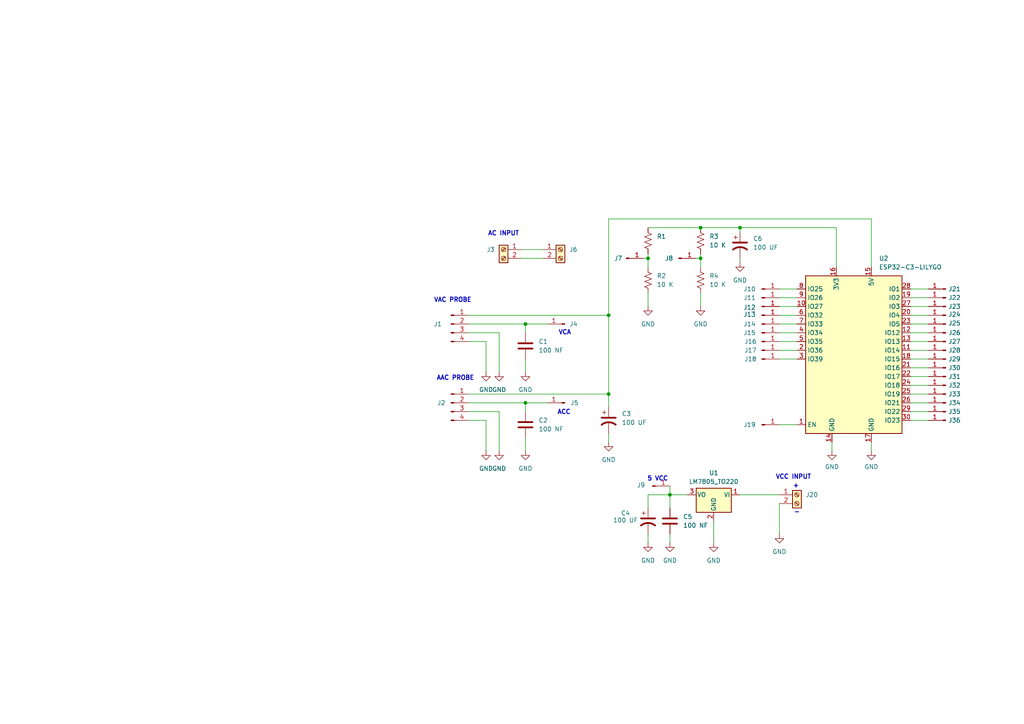
<source format=kicad_sch>
(kicad_sch
	(version 20231120)
	(generator "eeschema")
	(generator_version "8.0")
	(uuid "a352f1f6-6124-4eec-b6d2-f9dda27134c0")
	(paper "A4")
	(title_block
		(title "POWER MANAGER")
		(date "2025-01-11")
		(rev "0.1")
		(company "FLUMINENSE FEDERAL UNIVERSITY")
		(comment 1 "PHD INDUSTRIAL ASSEMBLIES")
		(comment 2 "LEONARDO DE CARVALHO VIDAL")
		(comment 3 "SANDRO RIBEIRO")
	)
	(lib_symbols
		(symbol "Connector:Conn_01x01_Pin"
			(pin_names
				(offset 1.016) hide)
			(exclude_from_sim no)
			(in_bom yes)
			(on_board yes)
			(property "Reference" "J"
				(at 0 2.54 0)
				(effects
					(font
						(size 1.27 1.27)
					)
				)
			)
			(property "Value" "Conn_01x01_Pin"
				(at 0 -2.54 0)
				(effects
					(font
						(size 1.27 1.27)
					)
				)
			)
			(property "Footprint" ""
				(at 0 0 0)
				(effects
					(font
						(size 1.27 1.27)
					)
					(hide yes)
				)
			)
			(property "Datasheet" "~"
				(at 0 0 0)
				(effects
					(font
						(size 1.27 1.27)
					)
					(hide yes)
				)
			)
			(property "Description" "Generic connector, single row, 01x01, script generated"
				(at 0 0 0)
				(effects
					(font
						(size 1.27 1.27)
					)
					(hide yes)
				)
			)
			(property "ki_locked" ""
				(at 0 0 0)
				(effects
					(font
						(size 1.27 1.27)
					)
				)
			)
			(property "ki_keywords" "connector"
				(at 0 0 0)
				(effects
					(font
						(size 1.27 1.27)
					)
					(hide yes)
				)
			)
			(property "ki_fp_filters" "Connector*:*_1x??_*"
				(at 0 0 0)
				(effects
					(font
						(size 1.27 1.27)
					)
					(hide yes)
				)
			)
			(symbol "Conn_01x01_Pin_1_1"
				(polyline
					(pts
						(xy 1.27 0) (xy 0.8636 0)
					)
					(stroke
						(width 0.1524)
						(type default)
					)
					(fill
						(type none)
					)
				)
				(rectangle
					(start 0.8636 0.127)
					(end 0 -0.127)
					(stroke
						(width 0.1524)
						(type default)
					)
					(fill
						(type outline)
					)
				)
				(pin passive line
					(at 5.08 0 180)
					(length 3.81)
					(name "Pin_1"
						(effects
							(font
								(size 1.27 1.27)
							)
						)
					)
					(number "1"
						(effects
							(font
								(size 1.27 1.27)
							)
						)
					)
				)
			)
		)
		(symbol "Connector:Conn_01x04_Pin"
			(pin_names
				(offset 1.016) hide)
			(exclude_from_sim no)
			(in_bom yes)
			(on_board yes)
			(property "Reference" "J"
				(at 0 5.08 0)
				(effects
					(font
						(size 1.27 1.27)
					)
				)
			)
			(property "Value" "Conn_01x04_Pin"
				(at 0 -7.62 0)
				(effects
					(font
						(size 1.27 1.27)
					)
				)
			)
			(property "Footprint" ""
				(at 0 0 0)
				(effects
					(font
						(size 1.27 1.27)
					)
					(hide yes)
				)
			)
			(property "Datasheet" "~"
				(at 0 0 0)
				(effects
					(font
						(size 1.27 1.27)
					)
					(hide yes)
				)
			)
			(property "Description" "Generic connector, single row, 01x04, script generated"
				(at 0 0 0)
				(effects
					(font
						(size 1.27 1.27)
					)
					(hide yes)
				)
			)
			(property "ki_locked" ""
				(at 0 0 0)
				(effects
					(font
						(size 1.27 1.27)
					)
				)
			)
			(property "ki_keywords" "connector"
				(at 0 0 0)
				(effects
					(font
						(size 1.27 1.27)
					)
					(hide yes)
				)
			)
			(property "ki_fp_filters" "Connector*:*_1x??_*"
				(at 0 0 0)
				(effects
					(font
						(size 1.27 1.27)
					)
					(hide yes)
				)
			)
			(symbol "Conn_01x04_Pin_1_1"
				(polyline
					(pts
						(xy 1.27 -5.08) (xy 0.8636 -5.08)
					)
					(stroke
						(width 0.1524)
						(type default)
					)
					(fill
						(type none)
					)
				)
				(polyline
					(pts
						(xy 1.27 -2.54) (xy 0.8636 -2.54)
					)
					(stroke
						(width 0.1524)
						(type default)
					)
					(fill
						(type none)
					)
				)
				(polyline
					(pts
						(xy 1.27 0) (xy 0.8636 0)
					)
					(stroke
						(width 0.1524)
						(type default)
					)
					(fill
						(type none)
					)
				)
				(polyline
					(pts
						(xy 1.27 2.54) (xy 0.8636 2.54)
					)
					(stroke
						(width 0.1524)
						(type default)
					)
					(fill
						(type none)
					)
				)
				(rectangle
					(start 0.8636 -4.953)
					(end 0 -5.207)
					(stroke
						(width 0.1524)
						(type default)
					)
					(fill
						(type outline)
					)
				)
				(rectangle
					(start 0.8636 -2.413)
					(end 0 -2.667)
					(stroke
						(width 0.1524)
						(type default)
					)
					(fill
						(type outline)
					)
				)
				(rectangle
					(start 0.8636 0.127)
					(end 0 -0.127)
					(stroke
						(width 0.1524)
						(type default)
					)
					(fill
						(type outline)
					)
				)
				(rectangle
					(start 0.8636 2.667)
					(end 0 2.413)
					(stroke
						(width 0.1524)
						(type default)
					)
					(fill
						(type outline)
					)
				)
				(pin passive line
					(at 5.08 2.54 180)
					(length 3.81)
					(name "Pin_1"
						(effects
							(font
								(size 1.27 1.27)
							)
						)
					)
					(number "1"
						(effects
							(font
								(size 1.27 1.27)
							)
						)
					)
				)
				(pin passive line
					(at 5.08 0 180)
					(length 3.81)
					(name "Pin_2"
						(effects
							(font
								(size 1.27 1.27)
							)
						)
					)
					(number "2"
						(effects
							(font
								(size 1.27 1.27)
							)
						)
					)
				)
				(pin passive line
					(at 5.08 -2.54 180)
					(length 3.81)
					(name "Pin_3"
						(effects
							(font
								(size 1.27 1.27)
							)
						)
					)
					(number "3"
						(effects
							(font
								(size 1.27 1.27)
							)
						)
					)
				)
				(pin passive line
					(at 5.08 -5.08 180)
					(length 3.81)
					(name "Pin_4"
						(effects
							(font
								(size 1.27 1.27)
							)
						)
					)
					(number "4"
						(effects
							(font
								(size 1.27 1.27)
							)
						)
					)
				)
			)
		)
		(symbol "Connector:Screw_Terminal_01x02"
			(pin_names
				(offset 1.016) hide)
			(exclude_from_sim no)
			(in_bom yes)
			(on_board yes)
			(property "Reference" "J"
				(at 0 2.54 0)
				(effects
					(font
						(size 1.27 1.27)
					)
				)
			)
			(property "Value" "Screw_Terminal_01x02"
				(at 0 -5.08 0)
				(effects
					(font
						(size 1.27 1.27)
					)
				)
			)
			(property "Footprint" ""
				(at 0 0 0)
				(effects
					(font
						(size 1.27 1.27)
					)
					(hide yes)
				)
			)
			(property "Datasheet" "~"
				(at 0 0 0)
				(effects
					(font
						(size 1.27 1.27)
					)
					(hide yes)
				)
			)
			(property "Description" "Generic screw terminal, single row, 01x02, script generated (kicad-library-utils/schlib/autogen/connector/)"
				(at 0 0 0)
				(effects
					(font
						(size 1.27 1.27)
					)
					(hide yes)
				)
			)
			(property "ki_keywords" "screw terminal"
				(at 0 0 0)
				(effects
					(font
						(size 1.27 1.27)
					)
					(hide yes)
				)
			)
			(property "ki_fp_filters" "TerminalBlock*:*"
				(at 0 0 0)
				(effects
					(font
						(size 1.27 1.27)
					)
					(hide yes)
				)
			)
			(symbol "Screw_Terminal_01x02_1_1"
				(rectangle
					(start -1.27 1.27)
					(end 1.27 -3.81)
					(stroke
						(width 0.254)
						(type default)
					)
					(fill
						(type background)
					)
				)
				(circle
					(center 0 -2.54)
					(radius 0.635)
					(stroke
						(width 0.1524)
						(type default)
					)
					(fill
						(type none)
					)
				)
				(polyline
					(pts
						(xy -0.5334 -2.2098) (xy 0.3302 -3.048)
					)
					(stroke
						(width 0.1524)
						(type default)
					)
					(fill
						(type none)
					)
				)
				(polyline
					(pts
						(xy -0.5334 0.3302) (xy 0.3302 -0.508)
					)
					(stroke
						(width 0.1524)
						(type default)
					)
					(fill
						(type none)
					)
				)
				(polyline
					(pts
						(xy -0.3556 -2.032) (xy 0.508 -2.8702)
					)
					(stroke
						(width 0.1524)
						(type default)
					)
					(fill
						(type none)
					)
				)
				(polyline
					(pts
						(xy -0.3556 0.508) (xy 0.508 -0.3302)
					)
					(stroke
						(width 0.1524)
						(type default)
					)
					(fill
						(type none)
					)
				)
				(circle
					(center 0 0)
					(radius 0.635)
					(stroke
						(width 0.1524)
						(type default)
					)
					(fill
						(type none)
					)
				)
				(pin passive line
					(at -5.08 0 0)
					(length 3.81)
					(name "Pin_1"
						(effects
							(font
								(size 1.27 1.27)
							)
						)
					)
					(number "1"
						(effects
							(font
								(size 1.27 1.27)
							)
						)
					)
				)
				(pin passive line
					(at -5.08 -2.54 0)
					(length 3.81)
					(name "Pin_2"
						(effects
							(font
								(size 1.27 1.27)
							)
						)
					)
					(number "2"
						(effects
							(font
								(size 1.27 1.27)
							)
						)
					)
				)
			)
		)
		(symbol "Device:C"
			(pin_numbers hide)
			(pin_names
				(offset 0.254)
			)
			(exclude_from_sim no)
			(in_bom yes)
			(on_board yes)
			(property "Reference" "C"
				(at 0.635 2.54 0)
				(effects
					(font
						(size 1.27 1.27)
					)
					(justify left)
				)
			)
			(property "Value" "C"
				(at 0.635 -2.54 0)
				(effects
					(font
						(size 1.27 1.27)
					)
					(justify left)
				)
			)
			(property "Footprint" ""
				(at 0.9652 -3.81 0)
				(effects
					(font
						(size 1.27 1.27)
					)
					(hide yes)
				)
			)
			(property "Datasheet" "~"
				(at 0 0 0)
				(effects
					(font
						(size 1.27 1.27)
					)
					(hide yes)
				)
			)
			(property "Description" "Unpolarized capacitor"
				(at 0 0 0)
				(effects
					(font
						(size 1.27 1.27)
					)
					(hide yes)
				)
			)
			(property "ki_keywords" "cap capacitor"
				(at 0 0 0)
				(effects
					(font
						(size 1.27 1.27)
					)
					(hide yes)
				)
			)
			(property "ki_fp_filters" "C_*"
				(at 0 0 0)
				(effects
					(font
						(size 1.27 1.27)
					)
					(hide yes)
				)
			)
			(symbol "C_0_1"
				(polyline
					(pts
						(xy -2.032 -0.762) (xy 2.032 -0.762)
					)
					(stroke
						(width 0.508)
						(type default)
					)
					(fill
						(type none)
					)
				)
				(polyline
					(pts
						(xy -2.032 0.762) (xy 2.032 0.762)
					)
					(stroke
						(width 0.508)
						(type default)
					)
					(fill
						(type none)
					)
				)
			)
			(symbol "C_1_1"
				(pin passive line
					(at 0 3.81 270)
					(length 2.794)
					(name "~"
						(effects
							(font
								(size 1.27 1.27)
							)
						)
					)
					(number "1"
						(effects
							(font
								(size 1.27 1.27)
							)
						)
					)
				)
				(pin passive line
					(at 0 -3.81 90)
					(length 2.794)
					(name "~"
						(effects
							(font
								(size 1.27 1.27)
							)
						)
					)
					(number "2"
						(effects
							(font
								(size 1.27 1.27)
							)
						)
					)
				)
			)
		)
		(symbol "Device:C_Polarized_US"
			(pin_numbers hide)
			(pin_names
				(offset 0.254) hide)
			(exclude_from_sim no)
			(in_bom yes)
			(on_board yes)
			(property "Reference" "C"
				(at 0.635 2.54 0)
				(effects
					(font
						(size 1.27 1.27)
					)
					(justify left)
				)
			)
			(property "Value" "C_Polarized_US"
				(at 0.635 -2.54 0)
				(effects
					(font
						(size 1.27 1.27)
					)
					(justify left)
				)
			)
			(property "Footprint" ""
				(at 0 0 0)
				(effects
					(font
						(size 1.27 1.27)
					)
					(hide yes)
				)
			)
			(property "Datasheet" "~"
				(at 0 0 0)
				(effects
					(font
						(size 1.27 1.27)
					)
					(hide yes)
				)
			)
			(property "Description" "Polarized capacitor, US symbol"
				(at 0 0 0)
				(effects
					(font
						(size 1.27 1.27)
					)
					(hide yes)
				)
			)
			(property "ki_keywords" "cap capacitor"
				(at 0 0 0)
				(effects
					(font
						(size 1.27 1.27)
					)
					(hide yes)
				)
			)
			(property "ki_fp_filters" "CP_*"
				(at 0 0 0)
				(effects
					(font
						(size 1.27 1.27)
					)
					(hide yes)
				)
			)
			(symbol "C_Polarized_US_0_1"
				(polyline
					(pts
						(xy -2.032 0.762) (xy 2.032 0.762)
					)
					(stroke
						(width 0.508)
						(type default)
					)
					(fill
						(type none)
					)
				)
				(polyline
					(pts
						(xy -1.778 2.286) (xy -0.762 2.286)
					)
					(stroke
						(width 0)
						(type default)
					)
					(fill
						(type none)
					)
				)
				(polyline
					(pts
						(xy -1.27 1.778) (xy -1.27 2.794)
					)
					(stroke
						(width 0)
						(type default)
					)
					(fill
						(type none)
					)
				)
				(arc
					(start 2.032 -1.27)
					(mid 0 -0.5572)
					(end -2.032 -1.27)
					(stroke
						(width 0.508)
						(type default)
					)
					(fill
						(type none)
					)
				)
			)
			(symbol "C_Polarized_US_1_1"
				(pin passive line
					(at 0 3.81 270)
					(length 2.794)
					(name "~"
						(effects
							(font
								(size 1.27 1.27)
							)
						)
					)
					(number "1"
						(effects
							(font
								(size 1.27 1.27)
							)
						)
					)
				)
				(pin passive line
					(at 0 -3.81 90)
					(length 3.302)
					(name "~"
						(effects
							(font
								(size 1.27 1.27)
							)
						)
					)
					(number "2"
						(effects
							(font
								(size 1.27 1.27)
							)
						)
					)
				)
			)
		)
		(symbol "Device:R_US"
			(pin_numbers hide)
			(pin_names
				(offset 0)
			)
			(exclude_from_sim no)
			(in_bom yes)
			(on_board yes)
			(property "Reference" "R"
				(at 2.54 0 90)
				(effects
					(font
						(size 1.27 1.27)
					)
				)
			)
			(property "Value" "R_US"
				(at -2.54 0 90)
				(effects
					(font
						(size 1.27 1.27)
					)
				)
			)
			(property "Footprint" ""
				(at 1.016 -0.254 90)
				(effects
					(font
						(size 1.27 1.27)
					)
					(hide yes)
				)
			)
			(property "Datasheet" "~"
				(at 0 0 0)
				(effects
					(font
						(size 1.27 1.27)
					)
					(hide yes)
				)
			)
			(property "Description" "Resistor, US symbol"
				(at 0 0 0)
				(effects
					(font
						(size 1.27 1.27)
					)
					(hide yes)
				)
			)
			(property "ki_keywords" "R res resistor"
				(at 0 0 0)
				(effects
					(font
						(size 1.27 1.27)
					)
					(hide yes)
				)
			)
			(property "ki_fp_filters" "R_*"
				(at 0 0 0)
				(effects
					(font
						(size 1.27 1.27)
					)
					(hide yes)
				)
			)
			(symbol "R_US_0_1"
				(polyline
					(pts
						(xy 0 -2.286) (xy 0 -2.54)
					)
					(stroke
						(width 0)
						(type default)
					)
					(fill
						(type none)
					)
				)
				(polyline
					(pts
						(xy 0 2.286) (xy 0 2.54)
					)
					(stroke
						(width 0)
						(type default)
					)
					(fill
						(type none)
					)
				)
				(polyline
					(pts
						(xy 0 -0.762) (xy 1.016 -1.143) (xy 0 -1.524) (xy -1.016 -1.905) (xy 0 -2.286)
					)
					(stroke
						(width 0)
						(type default)
					)
					(fill
						(type none)
					)
				)
				(polyline
					(pts
						(xy 0 0.762) (xy 1.016 0.381) (xy 0 0) (xy -1.016 -0.381) (xy 0 -0.762)
					)
					(stroke
						(width 0)
						(type default)
					)
					(fill
						(type none)
					)
				)
				(polyline
					(pts
						(xy 0 2.286) (xy 1.016 1.905) (xy 0 1.524) (xy -1.016 1.143) (xy 0 0.762)
					)
					(stroke
						(width 0)
						(type default)
					)
					(fill
						(type none)
					)
				)
			)
			(symbol "R_US_1_1"
				(pin passive line
					(at 0 3.81 270)
					(length 1.27)
					(name "~"
						(effects
							(font
								(size 1.27 1.27)
							)
						)
					)
					(number "1"
						(effects
							(font
								(size 1.27 1.27)
							)
						)
					)
				)
				(pin passive line
					(at 0 -3.81 90)
					(length 1.27)
					(name "~"
						(effects
							(font
								(size 1.27 1.27)
							)
						)
					)
					(number "2"
						(effects
							(font
								(size 1.27 1.27)
							)
						)
					)
				)
			)
		)
		(symbol "RF_Module:ESP32-C3-LILYGO"
			(exclude_from_sim no)
			(in_bom yes)
			(on_board yes)
			(property "Reference" "U"
				(at 2.794 16.51 0)
				(effects
					(font
						(size 1.27 1.27)
					)
				)
			)
			(property "Value" "ESP32-C3-LILYGO"
				(at 1.27 13.716 0)
				(effects
					(font
						(size 1.27 1.27)
					)
				)
			)
			(property "Footprint" "RF_Module:ESP32-C3-LILYGO"
				(at 0 -25.4 0)
				(effects
					(font
						(size 1.27 1.27)
					)
					(hide yes)
				)
			)
			(property "Datasheet" ""
				(at 0 -30.48 0)
				(effects
					(font
						(size 1.27 1.27)
					)
					(hide yes)
				)
			)
			(property "Description" "Development board featuring ESP32-C3-LILYGO"
				(at 0 -27.94 0)
				(effects
					(font
						(size 1.27 1.27)
					)
					(hide yes)
				)
			)
			(property "ki_keywords" "riscv wifi bluetooth ble"
				(at 0 0 0)
				(effects
					(font
						(size 1.27 1.27)
					)
					(hide yes)
				)
			)
			(property "ki_fp_filters" "*ESP32?C3?DevKitM?1*"
				(at 0 0 0)
				(effects
					(font
						(size 1.27 1.27)
					)
					(hide yes)
				)
			)
			(symbol "ESP32-C3-LILYGO_1_1"
				(rectangle
					(start -12.7 46.99)
					(end 15.24 1.27)
					(stroke
						(width 0.254)
						(type default)
					)
					(fill
						(type background)
					)
				)
				(pin input line
					(at -15.24 3.81 0)
					(length 2.54)
					(name "EN"
						(effects
							(font
								(size 1.27 1.27)
							)
						)
					)
					(number "1"
						(effects
							(font
								(size 1.27 1.27)
							)
						)
					)
				)
				(pin bidirectional line
					(at -15.24 38.1 0)
					(length 2.54)
					(name "IO27"
						(effects
							(font
								(size 1.27 1.27)
							)
						)
					)
					(number "10"
						(effects
							(font
								(size 1.27 1.27)
							)
						)
					)
					(alternate "FSPICS0" passive line)
				)
				(pin bidirectional line
					(at 17.78 25.4 180)
					(length 2.54)
					(name "IO14"
						(effects
							(font
								(size 1.27 1.27)
							)
						)
					)
					(number "11"
						(effects
							(font
								(size 1.27 1.27)
							)
						)
					)
				)
				(pin bidirectional line
					(at 17.78 30.48 180)
					(length 2.54)
					(name "IO12"
						(effects
							(font
								(size 1.27 1.27)
							)
						)
					)
					(number "12"
						(effects
							(font
								(size 1.27 1.27)
							)
						)
					)
					(alternate "FSPICLK" passive line)
					(alternate "MTCK" passive line)
				)
				(pin bidirectional line
					(at 17.78 27.94 180)
					(length 2.54)
					(name "IO13"
						(effects
							(font
								(size 1.27 1.27)
							)
						)
					)
					(number "13"
						(effects
							(font
								(size 1.27 1.27)
							)
						)
					)
					(alternate "FSPID" passive line)
					(alternate "MTDO" passive line)
				)
				(pin power_in line
					(at -5.08 -1.27 90)
					(length 2.54)
					(name "GND"
						(effects
							(font
								(size 1.27 1.27)
							)
						)
					)
					(number "14"
						(effects
							(font
								(size 1.27 1.27)
							)
						)
					)
				)
				(pin passive line
					(at 6.35 49.53 270)
					(length 2.54)
					(name "5V"
						(effects
							(font
								(size 1.27 1.27)
							)
						)
					)
					(number "15"
						(effects
							(font
								(size 1.27 1.27)
							)
						)
					)
				)
				(pin power_out line
					(at -3.81 49.53 270)
					(length 2.54)
					(name "3V3"
						(effects
							(font
								(size 1.27 1.27)
							)
						)
					)
					(number "16"
						(effects
							(font
								(size 1.27 1.27)
							)
						)
					)
				)
				(pin power_in line
					(at 6.35 -1.27 90)
					(length 2.54)
					(name "GND"
						(effects
							(font
								(size 1.27 1.27)
							)
						)
					)
					(number "17"
						(effects
							(font
								(size 1.27 1.27)
							)
						)
					)
				)
				(pin bidirectional line
					(at 17.78 22.86 180)
					(length 2.54)
					(name "IO15"
						(effects
							(font
								(size 1.27 1.27)
							)
						)
					)
					(number "18"
						(effects
							(font
								(size 1.27 1.27)
							)
						)
					)
					(alternate "FSPICS0" passive line)
				)
				(pin bidirectional line
					(at 17.78 40.64 180)
					(length 2.54)
					(name "IO2"
						(effects
							(font
								(size 1.27 1.27)
							)
						)
					)
					(number "19"
						(effects
							(font
								(size 1.27 1.27)
							)
						)
					)
					(alternate "ADC1_CH0" passive line)
					(alternate "FSPIQ" passive line)
				)
				(pin bidirectional line
					(at -15.24 25.4 0)
					(length 2.54)
					(name "IO36"
						(effects
							(font
								(size 1.27 1.27)
							)
						)
					)
					(number "2"
						(effects
							(font
								(size 1.27 1.27)
							)
						)
					)
					(alternate "FSPICS0" passive line)
				)
				(pin bidirectional line
					(at 17.78 35.56 180)
					(length 2.54)
					(name "IO4"
						(effects
							(font
								(size 1.27 1.27)
							)
						)
					)
					(number "20"
						(effects
							(font
								(size 1.27 1.27)
							)
						)
					)
					(alternate "ADC1_CH4" passive line)
					(alternate "FSPIHD" passive line)
					(alternate "MTMS" passive line)
				)
				(pin bidirectional line
					(at 17.78 20.32 180)
					(length 2.54)
					(name "IO16"
						(effects
							(font
								(size 1.27 1.27)
							)
						)
					)
					(number "21"
						(effects
							(font
								(size 1.27 1.27)
							)
						)
					)
					(alternate "FSPICS0" passive line)
				)
				(pin bidirectional line
					(at 17.78 17.78 180)
					(length 2.54)
					(name "IO17"
						(effects
							(font
								(size 1.27 1.27)
							)
						)
					)
					(number "22"
						(effects
							(font
								(size 1.27 1.27)
							)
						)
					)
					(alternate "FSPICS0" passive line)
				)
				(pin bidirectional line
					(at 17.78 33.02 180)
					(length 2.54)
					(name "IO5"
						(effects
							(font
								(size 1.27 1.27)
							)
						)
					)
					(number "23"
						(effects
							(font
								(size 1.27 1.27)
							)
						)
					)
					(alternate "ADC2_CH0" passive line)
					(alternate "FSPIWP" passive line)
					(alternate "MTDI" passive line)
				)
				(pin bidirectional line
					(at 17.78 15.24 180)
					(length 2.54)
					(name "IO18"
						(effects
							(font
								(size 1.27 1.27)
							)
						)
					)
					(number "24"
						(effects
							(font
								(size 1.27 1.27)
							)
						)
					)
					(alternate "USB_D-" passive line)
				)
				(pin bidirectional line
					(at 17.78 12.7 180)
					(length 2.54)
					(name "IO19"
						(effects
							(font
								(size 1.27 1.27)
							)
						)
					)
					(number "25"
						(effects
							(font
								(size 1.27 1.27)
							)
						)
					)
					(alternate "USB_D+" passive line)
				)
				(pin bidirectional line
					(at 17.78 10.16 180)
					(length 2.54)
					(name "IO21"
						(effects
							(font
								(size 1.27 1.27)
							)
						)
					)
					(number "26"
						(effects
							(font
								(size 1.27 1.27)
							)
						)
					)
					(alternate "FSPICS0" passive line)
				)
				(pin bidirectional line
					(at 17.78 38.1 180)
					(length 2.54)
					(name "IO3"
						(effects
							(font
								(size 1.27 1.27)
							)
						)
					)
					(number "27"
						(effects
							(font
								(size 1.27 1.27)
							)
						)
					)
					(alternate "ADC1_CH3" passive line)
				)
				(pin bidirectional line
					(at 17.78 43.18 180)
					(length 2.54)
					(name "IO1"
						(effects
							(font
								(size 1.27 1.27)
							)
						)
					)
					(number "28"
						(effects
							(font
								(size 1.27 1.27)
							)
						)
					)
					(alternate "ADC1_CH1" passive line)
					(alternate "XTAL_32K_N" passive line)
				)
				(pin bidirectional line
					(at 17.78 7.62 180)
					(length 2.54)
					(name "IO22"
						(effects
							(font
								(size 1.27 1.27)
							)
						)
					)
					(number "29"
						(effects
							(font
								(size 1.27 1.27)
							)
						)
					)
					(alternate "FSPICS0" passive line)
				)
				(pin bidirectional line
					(at -15.24 22.86 0)
					(length 2.54)
					(name "IO39"
						(effects
							(font
								(size 1.27 1.27)
							)
						)
					)
					(number "3"
						(effects
							(font
								(size 1.27 1.27)
							)
						)
					)
					(alternate "FSPICS0" passive line)
				)
				(pin bidirectional line
					(at 17.78 5.08 180)
					(length 2.54)
					(name "IO23"
						(effects
							(font
								(size 1.27 1.27)
							)
						)
					)
					(number "30"
						(effects
							(font
								(size 1.27 1.27)
							)
						)
					)
					(alternate "FSPICS0" passive line)
				)
				(pin bidirectional line
					(at -15.24 30.48 0)
					(length 2.54)
					(name "IO34"
						(effects
							(font
								(size 1.27 1.27)
							)
						)
					)
					(number "4"
						(effects
							(font
								(size 1.27 1.27)
							)
						)
					)
					(alternate "FSPICS0" passive line)
				)
				(pin bidirectional line
					(at -15.24 27.94 0)
					(length 2.54)
					(name "IO35"
						(effects
							(font
								(size 1.27 1.27)
							)
						)
					)
					(number "5"
						(effects
							(font
								(size 1.27 1.27)
							)
						)
					)
					(alternate "FSPICS0" passive line)
				)
				(pin bidirectional line
					(at -15.24 35.56 0)
					(length 2.54)
					(name "IO32"
						(effects
							(font
								(size 1.27 1.27)
							)
						)
					)
					(number "6"
						(effects
							(font
								(size 1.27 1.27)
							)
						)
					)
					(alternate "FSPICS0" passive line)
				)
				(pin bidirectional line
					(at -15.24 33.02 0)
					(length 2.54)
					(name "IO33"
						(effects
							(font
								(size 1.27 1.27)
							)
						)
					)
					(number "7"
						(effects
							(font
								(size 1.27 1.27)
							)
						)
					)
				)
				(pin bidirectional line
					(at -15.24 43.18 0)
					(length 2.54)
					(name "IO25"
						(effects
							(font
								(size 1.27 1.27)
							)
						)
					)
					(number "8"
						(effects
							(font
								(size 1.27 1.27)
							)
						)
					)
				)
				(pin bidirectional line
					(at -15.24 40.64 0)
					(length 2.54)
					(name "IO26"
						(effects
							(font
								(size 1.27 1.27)
							)
						)
					)
					(number "9"
						(effects
							(font
								(size 1.27 1.27)
							)
						)
					)
					(alternate "FSPICS0" passive line)
				)
			)
		)
		(symbol "Regulator_Linear:LM7805_TO220"
			(pin_names
				(offset 0.254)
			)
			(exclude_from_sim no)
			(in_bom yes)
			(on_board yes)
			(property "Reference" "U"
				(at -3.81 3.175 0)
				(effects
					(font
						(size 1.27 1.27)
					)
				)
			)
			(property "Value" "LM7805_TO220"
				(at 0 3.175 0)
				(effects
					(font
						(size 1.27 1.27)
					)
					(justify left)
				)
			)
			(property "Footprint" "Package_TO_SOT_THT:TO-220-3_Vertical"
				(at 0 5.715 0)
				(effects
					(font
						(size 1.27 1.27)
						(italic yes)
					)
					(hide yes)
				)
			)
			(property "Datasheet" "https://www.onsemi.cn/PowerSolutions/document/MC7800-D.PDF"
				(at 0 -1.27 0)
				(effects
					(font
						(size 1.27 1.27)
					)
					(hide yes)
				)
			)
			(property "Description" "Positive 1A 35V Linear Regulator, Fixed Output 5V, TO-220"
				(at 0 0 0)
				(effects
					(font
						(size 1.27 1.27)
					)
					(hide yes)
				)
			)
			(property "ki_keywords" "Voltage Regulator 1A Positive"
				(at 0 0 0)
				(effects
					(font
						(size 1.27 1.27)
					)
					(hide yes)
				)
			)
			(property "ki_fp_filters" "TO?220*"
				(at 0 0 0)
				(effects
					(font
						(size 1.27 1.27)
					)
					(hide yes)
				)
			)
			(symbol "LM7805_TO220_0_1"
				(rectangle
					(start -5.08 1.905)
					(end 5.08 -5.08)
					(stroke
						(width 0.254)
						(type default)
					)
					(fill
						(type background)
					)
				)
			)
			(symbol "LM7805_TO220_1_1"
				(pin power_in line
					(at -7.62 0 0)
					(length 2.54)
					(name "VI"
						(effects
							(font
								(size 1.27 1.27)
							)
						)
					)
					(number "1"
						(effects
							(font
								(size 1.27 1.27)
							)
						)
					)
				)
				(pin power_in line
					(at 0 -7.62 90)
					(length 2.54)
					(name "GND"
						(effects
							(font
								(size 1.27 1.27)
							)
						)
					)
					(number "2"
						(effects
							(font
								(size 1.27 1.27)
							)
						)
					)
				)
				(pin power_out line
					(at 7.62 0 180)
					(length 2.54)
					(name "VO"
						(effects
							(font
								(size 1.27 1.27)
							)
						)
					)
					(number "3"
						(effects
							(font
								(size 1.27 1.27)
							)
						)
					)
				)
			)
		)
		(symbol "power:GND"
			(power)
			(pin_numbers hide)
			(pin_names
				(offset 0) hide)
			(exclude_from_sim no)
			(in_bom yes)
			(on_board yes)
			(property "Reference" "#PWR"
				(at 0 -6.35 0)
				(effects
					(font
						(size 1.27 1.27)
					)
					(hide yes)
				)
			)
			(property "Value" "GND"
				(at 0 -3.81 0)
				(effects
					(font
						(size 1.27 1.27)
					)
				)
			)
			(property "Footprint" ""
				(at 0 0 0)
				(effects
					(font
						(size 1.27 1.27)
					)
					(hide yes)
				)
			)
			(property "Datasheet" ""
				(at 0 0 0)
				(effects
					(font
						(size 1.27 1.27)
					)
					(hide yes)
				)
			)
			(property "Description" "Power symbol creates a global label with name \"GND\" , ground"
				(at 0 0 0)
				(effects
					(font
						(size 1.27 1.27)
					)
					(hide yes)
				)
			)
			(property "ki_keywords" "global power"
				(at 0 0 0)
				(effects
					(font
						(size 1.27 1.27)
					)
					(hide yes)
				)
			)
			(symbol "GND_0_1"
				(polyline
					(pts
						(xy 0 0) (xy 0 -1.27) (xy 1.27 -1.27) (xy 0 -2.54) (xy -1.27 -1.27) (xy 0 -1.27)
					)
					(stroke
						(width 0)
						(type default)
					)
					(fill
						(type none)
					)
				)
			)
			(symbol "GND_1_1"
				(pin power_in line
					(at 0 0 270)
					(length 0)
					(name "~"
						(effects
							(font
								(size 1.27 1.27)
							)
						)
					)
					(number "1"
						(effects
							(font
								(size 1.27 1.27)
							)
						)
					)
				)
			)
		)
	)
	(junction
		(at 203.2 74.93)
		(diameter 0)
		(color 0 0 0 0)
		(uuid "58e51743-1859-4275-aa92-973d5b43234d")
	)
	(junction
		(at 176.53 91.44)
		(diameter 0)
		(color 0 0 0 0)
		(uuid "718df064-c25a-4195-8040-bceb69305387")
	)
	(junction
		(at 152.4 116.84)
		(diameter 0)
		(color 0 0 0 0)
		(uuid "776047bc-1f58-4bd4-9d97-6b81ebae29b5")
	)
	(junction
		(at 194.31 143.51)
		(diameter 0)
		(color 0 0 0 0)
		(uuid "84d80179-7396-45e9-ada0-afc87480771a")
	)
	(junction
		(at 176.53 114.3)
		(diameter 0)
		(color 0 0 0 0)
		(uuid "8cfaf695-0c21-4359-b432-72fb311cf6ea")
	)
	(junction
		(at 203.2 66.04)
		(diameter 0)
		(color 0 0 0 0)
		(uuid "cd17f5d9-18d0-49bd-af94-052f89aec6ac")
	)
	(junction
		(at 152.4 93.98)
		(diameter 0)
		(color 0 0 0 0)
		(uuid "d32e050c-7aae-4886-897c-cd20af9d9d65")
	)
	(junction
		(at 214.63 66.04)
		(diameter 0)
		(color 0 0 0 0)
		(uuid "d7a86e8e-9b33-496a-8ab2-79ae5be24c2f")
	)
	(junction
		(at 187.96 74.93)
		(diameter 0)
		(color 0 0 0 0)
		(uuid "f7828e74-80af-43c7-9c4d-e67672dea071")
	)
	(wire
		(pts
			(xy 186.69 74.93) (xy 187.96 74.93)
		)
		(stroke
			(width 0)
			(type default)
		)
		(uuid "07aaa462-015d-4b2f-bebc-b6524efb28ef")
	)
	(wire
		(pts
			(xy 158.75 93.98) (xy 152.4 93.98)
		)
		(stroke
			(width 0)
			(type default)
		)
		(uuid "08e1f052-4886-424f-953f-352359e34c38")
	)
	(wire
		(pts
			(xy 194.31 143.51) (xy 187.96 143.51)
		)
		(stroke
			(width 0)
			(type default)
		)
		(uuid "0b2d2aa4-b407-460b-9839-bb4689f157dd")
	)
	(wire
		(pts
			(xy 226.06 88.9) (xy 231.14 88.9)
		)
		(stroke
			(width 0)
			(type default)
		)
		(uuid "0c4bcf92-a7d5-4635-97b8-32b645590886")
	)
	(wire
		(pts
			(xy 135.89 99.06) (xy 140.97 99.06)
		)
		(stroke
			(width 0)
			(type default)
		)
		(uuid "0df73f20-09db-4f0f-aeba-b9e654460dbf")
	)
	(wire
		(pts
			(xy 264.16 91.44) (xy 269.24 91.44)
		)
		(stroke
			(width 0)
			(type default)
		)
		(uuid "1523f44e-cb11-4ad6-80e7-59b70c8186a1")
	)
	(wire
		(pts
			(xy 140.97 99.06) (xy 140.97 107.95)
		)
		(stroke
			(width 0)
			(type default)
		)
		(uuid "156d1be1-a050-48c6-bf1b-86c6f3268e9b")
	)
	(wire
		(pts
			(xy 226.06 99.06) (xy 231.14 99.06)
		)
		(stroke
			(width 0)
			(type default)
		)
		(uuid "164a9d75-35e4-4378-a0bc-5eed54365655")
	)
	(wire
		(pts
			(xy 226.06 93.98) (xy 231.14 93.98)
		)
		(stroke
			(width 0)
			(type default)
		)
		(uuid "19c14e3a-3858-441c-a30e-1f9f752a9731")
	)
	(wire
		(pts
			(xy 135.89 114.3) (xy 176.53 114.3)
		)
		(stroke
			(width 0)
			(type default)
		)
		(uuid "1c5444fc-be42-470b-bb3d-ebe2fbde8405")
	)
	(wire
		(pts
			(xy 140.97 121.92) (xy 140.97 130.81)
		)
		(stroke
			(width 0)
			(type default)
		)
		(uuid "222fd002-4f5e-473a-9901-40732bb2653f")
	)
	(wire
		(pts
			(xy 241.3 128.27) (xy 241.3 130.81)
		)
		(stroke
			(width 0)
			(type default)
		)
		(uuid "244cca50-2f42-4dc3-b6e1-2382c5973436")
	)
	(wire
		(pts
			(xy 187.96 66.04) (xy 203.2 66.04)
		)
		(stroke
			(width 0)
			(type default)
		)
		(uuid "247419e2-faa8-4987-ba43-deb0e1c57480")
	)
	(wire
		(pts
			(xy 135.89 91.44) (xy 176.53 91.44)
		)
		(stroke
			(width 0)
			(type default)
		)
		(uuid "2681a5bf-198d-43bc-9000-62aa891fdc33")
	)
	(wire
		(pts
			(xy 152.4 116.84) (xy 152.4 119.38)
		)
		(stroke
			(width 0)
			(type default)
		)
		(uuid "283298ab-a334-4afc-bc0b-f42f81aaf160")
	)
	(wire
		(pts
			(xy 187.96 154.94) (xy 187.96 157.48)
		)
		(stroke
			(width 0)
			(type default)
		)
		(uuid "2c98b7ec-53d6-4b85-b90a-2df87bbcd035")
	)
	(wire
		(pts
			(xy 226.06 96.52) (xy 231.14 96.52)
		)
		(stroke
			(width 0)
			(type default)
		)
		(uuid "2daabeb3-d3b0-4b15-ac39-a5c080699971")
	)
	(wire
		(pts
			(xy 226.06 123.19) (xy 231.14 123.19)
		)
		(stroke
			(width 0)
			(type default)
		)
		(uuid "2e0513bf-d9af-43c2-940f-7257a4d7e649")
	)
	(wire
		(pts
			(xy 264.16 104.14) (xy 269.24 104.14)
		)
		(stroke
			(width 0)
			(type default)
		)
		(uuid "2f47683a-caab-4718-8c9a-f4406a0e9b87")
	)
	(wire
		(pts
			(xy 152.4 116.84) (xy 158.75 116.84)
		)
		(stroke
			(width 0)
			(type default)
		)
		(uuid "316ff818-6e26-4c88-b667-e9b692871c0e")
	)
	(wire
		(pts
			(xy 264.16 119.38) (xy 269.24 119.38)
		)
		(stroke
			(width 0)
			(type default)
		)
		(uuid "37393600-4b83-4f09-9850-4cd8f5b02536")
	)
	(wire
		(pts
			(xy 151.13 72.39) (xy 157.48 72.39)
		)
		(stroke
			(width 0)
			(type default)
		)
		(uuid "373c9301-566c-466f-9eb1-95f9ca0503b6")
	)
	(wire
		(pts
			(xy 176.53 114.3) (xy 176.53 118.11)
		)
		(stroke
			(width 0)
			(type default)
		)
		(uuid "3d91bfc4-60c8-49d5-83a8-0535c709ae9b")
	)
	(wire
		(pts
			(xy 264.16 99.06) (xy 269.24 99.06)
		)
		(stroke
			(width 0)
			(type default)
		)
		(uuid "3f1fb8ad-ebd8-4de1-9507-80fc9fe80fa1")
	)
	(wire
		(pts
			(xy 264.16 96.52) (xy 269.24 96.52)
		)
		(stroke
			(width 0)
			(type default)
		)
		(uuid "3f2b7e71-2c1d-43e8-a23e-0556797b32dc")
	)
	(wire
		(pts
			(xy 194.31 140.97) (xy 194.31 143.51)
		)
		(stroke
			(width 0)
			(type default)
		)
		(uuid "406d55c3-3b4c-462d-ac07-3d662128e38c")
	)
	(wire
		(pts
			(xy 203.2 73.66) (xy 203.2 74.93)
		)
		(stroke
			(width 0)
			(type default)
		)
		(uuid "426c49b4-1560-4a55-b236-149a098bfa1f")
	)
	(wire
		(pts
			(xy 264.16 106.68) (xy 269.24 106.68)
		)
		(stroke
			(width 0)
			(type default)
		)
		(uuid "42c4ece9-3c65-4f60-815a-4abcbd39234a")
	)
	(wire
		(pts
			(xy 152.4 127) (xy 152.4 130.81)
		)
		(stroke
			(width 0)
			(type default)
		)
		(uuid "517072f1-e88f-49b4-b4a8-3f8174add6a6")
	)
	(wire
		(pts
			(xy 176.53 125.73) (xy 176.53 128.27)
		)
		(stroke
			(width 0)
			(type default)
		)
		(uuid "60dde09e-4a87-4cad-a262-12aa1661b684")
	)
	(wire
		(pts
			(xy 264.16 86.36) (xy 269.24 86.36)
		)
		(stroke
			(width 0)
			(type default)
		)
		(uuid "619f2c9b-d4b0-4451-8b86-b941d3f79807")
	)
	(wire
		(pts
			(xy 135.89 116.84) (xy 152.4 116.84)
		)
		(stroke
			(width 0)
			(type default)
		)
		(uuid "64ded84a-d76d-45f0-97c0-151e4410fffa")
	)
	(wire
		(pts
			(xy 187.96 143.51) (xy 187.96 147.32)
		)
		(stroke
			(width 0)
			(type default)
		)
		(uuid "66574eb2-e06b-4eaa-835c-1ee0f3d54f83")
	)
	(wire
		(pts
			(xy 203.2 66.04) (xy 214.63 66.04)
		)
		(stroke
			(width 0)
			(type default)
		)
		(uuid "66cd4c99-0175-42eb-9915-6e8655fcb8ac")
	)
	(wire
		(pts
			(xy 264.16 111.76) (xy 269.24 111.76)
		)
		(stroke
			(width 0)
			(type default)
		)
		(uuid "67bd2baa-6c44-4120-8276-9a98d6253d2b")
	)
	(wire
		(pts
			(xy 264.16 101.6) (xy 269.24 101.6)
		)
		(stroke
			(width 0)
			(type default)
		)
		(uuid "684f4a19-38bc-43f5-b15d-0528e0191ab6")
	)
	(wire
		(pts
			(xy 252.73 77.47) (xy 252.73 63.5)
		)
		(stroke
			(width 0)
			(type default)
		)
		(uuid "68fa976c-003a-451e-958e-7b5f4bc1db7d")
	)
	(wire
		(pts
			(xy 135.89 121.92) (xy 140.97 121.92)
		)
		(stroke
			(width 0)
			(type default)
		)
		(uuid "6edc5e68-b3ec-4207-b0f6-16ea1bf5953d")
	)
	(wire
		(pts
			(xy 151.13 74.93) (xy 157.48 74.93)
		)
		(stroke
			(width 0)
			(type default)
		)
		(uuid "7718ad46-35bf-4018-ad73-e7fd34a2f915")
	)
	(wire
		(pts
			(xy 226.06 83.82) (xy 231.14 83.82)
		)
		(stroke
			(width 0)
			(type default)
		)
		(uuid "77ae4ad0-1e9e-46d6-be6d-63daa05d59d6")
	)
	(wire
		(pts
			(xy 203.2 85.09) (xy 203.2 88.9)
		)
		(stroke
			(width 0)
			(type default)
		)
		(uuid "77f2f266-7145-4fac-8f7d-71090a7dff53")
	)
	(wire
		(pts
			(xy 242.57 66.04) (xy 214.63 66.04)
		)
		(stroke
			(width 0)
			(type default)
		)
		(uuid "7e725e8a-b938-4dcc-9d2a-686a45c49a45")
	)
	(wire
		(pts
			(xy 152.4 93.98) (xy 152.4 96.52)
		)
		(stroke
			(width 0)
			(type default)
		)
		(uuid "7f119744-251e-4bb2-866e-638d6077c342")
	)
	(wire
		(pts
			(xy 194.31 143.51) (xy 194.31 147.32)
		)
		(stroke
			(width 0)
			(type default)
		)
		(uuid "82b76468-9b43-4d70-acef-d4475860e4be")
	)
	(wire
		(pts
			(xy 226.06 104.14) (xy 231.14 104.14)
		)
		(stroke
			(width 0)
			(type default)
		)
		(uuid "85c1474c-6c7e-40e9-9847-1c256c2b3943")
	)
	(wire
		(pts
			(xy 226.06 101.6) (xy 231.14 101.6)
		)
		(stroke
			(width 0)
			(type default)
		)
		(uuid "8abdb6f5-930c-474b-809e-c67985450beb")
	)
	(wire
		(pts
			(xy 214.63 143.51) (xy 226.06 143.51)
		)
		(stroke
			(width 0)
			(type default)
		)
		(uuid "8b8cd33d-6727-417d-bd24-0006a7cb8894")
	)
	(wire
		(pts
			(xy 187.96 74.93) (xy 187.96 77.47)
		)
		(stroke
			(width 0)
			(type default)
		)
		(uuid "8d803f45-8647-46d5-b9bf-f366d52466f1")
	)
	(wire
		(pts
			(xy 264.16 88.9) (xy 269.24 88.9)
		)
		(stroke
			(width 0)
			(type default)
		)
		(uuid "95e8f3da-d219-48f4-aca4-9bf508a9c773")
	)
	(wire
		(pts
			(xy 199.39 143.51) (xy 194.31 143.51)
		)
		(stroke
			(width 0)
			(type default)
		)
		(uuid "99367985-a5d9-4dfb-827b-4eca4a88e4d8")
	)
	(wire
		(pts
			(xy 226.06 86.36) (xy 231.14 86.36)
		)
		(stroke
			(width 0)
			(type default)
		)
		(uuid "9b465613-489e-49d6-a37c-c8a296f5c5d5")
	)
	(wire
		(pts
			(xy 214.63 66.04) (xy 214.63 67.31)
		)
		(stroke
			(width 0)
			(type default)
		)
		(uuid "9e4e7275-a2d9-4811-9d8f-b2ae3f24f347")
	)
	(wire
		(pts
			(xy 187.96 85.09) (xy 187.96 88.9)
		)
		(stroke
			(width 0)
			(type default)
		)
		(uuid "b32dee0d-1cbe-4d01-a5db-ee9466f690dd")
	)
	(wire
		(pts
			(xy 264.16 116.84) (xy 269.24 116.84)
		)
		(stroke
			(width 0)
			(type default)
		)
		(uuid "b540c01f-e63e-4cf6-9a10-8b1b1a4aa603")
	)
	(wire
		(pts
			(xy 264.16 83.82) (xy 269.24 83.82)
		)
		(stroke
			(width 0)
			(type default)
		)
		(uuid "bb3f8a21-41b1-4841-be11-ae5ca93a41f7")
	)
	(wire
		(pts
			(xy 144.78 119.38) (xy 144.78 130.81)
		)
		(stroke
			(width 0)
			(type default)
		)
		(uuid "c052cc5c-e7e3-4bd7-b826-e61af14c6132")
	)
	(wire
		(pts
			(xy 152.4 104.14) (xy 152.4 107.95)
		)
		(stroke
			(width 0)
			(type default)
		)
		(uuid "c4993579-5990-47c5-b201-9915059b4a0c")
	)
	(wire
		(pts
			(xy 144.78 96.52) (xy 144.78 107.95)
		)
		(stroke
			(width 0)
			(type default)
		)
		(uuid "c90050d2-f0df-4137-88c9-35d6b63554e9")
	)
	(wire
		(pts
			(xy 226.06 146.05) (xy 226.06 154.94)
		)
		(stroke
			(width 0)
			(type default)
		)
		(uuid "cbf90fb2-d14b-4b6a-a86b-9447ee4cf3c8")
	)
	(wire
		(pts
			(xy 176.53 91.44) (xy 176.53 114.3)
		)
		(stroke
			(width 0)
			(type default)
		)
		(uuid "cefbb72e-378d-44d6-b570-7cbcf2bb569d")
	)
	(wire
		(pts
			(xy 176.53 63.5) (xy 176.53 91.44)
		)
		(stroke
			(width 0)
			(type default)
		)
		(uuid "d141a056-9c0c-41ac-a2e7-07a804911d59")
	)
	(wire
		(pts
			(xy 264.16 114.3) (xy 269.24 114.3)
		)
		(stroke
			(width 0)
			(type default)
		)
		(uuid "d333a5be-f678-4917-ba04-81994b3503b9")
	)
	(wire
		(pts
			(xy 264.16 109.22) (xy 269.24 109.22)
		)
		(stroke
			(width 0)
			(type default)
		)
		(uuid "d999f1f2-e0df-475f-8142-e08fe0add2ed")
	)
	(wire
		(pts
			(xy 194.31 154.94) (xy 194.31 157.48)
		)
		(stroke
			(width 0)
			(type default)
		)
		(uuid "dc01155b-edf1-4056-96da-337a9645b712")
	)
	(wire
		(pts
			(xy 252.73 63.5) (xy 176.53 63.5)
		)
		(stroke
			(width 0)
			(type default)
		)
		(uuid "dc487d4d-ec89-4953-8a80-081a974c0a3d")
	)
	(wire
		(pts
			(xy 252.73 128.27) (xy 252.73 130.81)
		)
		(stroke
			(width 0)
			(type default)
		)
		(uuid "e01a8aca-bca7-42b0-8eb6-86ad2a4637f4")
	)
	(wire
		(pts
			(xy 226.06 91.44) (xy 231.14 91.44)
		)
		(stroke
			(width 0)
			(type default)
		)
		(uuid "e658efb8-a70a-480b-925c-4b2d8ef25dd0")
	)
	(wire
		(pts
			(xy 264.16 121.92) (xy 269.24 121.92)
		)
		(stroke
			(width 0)
			(type default)
		)
		(uuid "eabfc66a-f79f-4107-a70b-3b298f6a9acf")
	)
	(wire
		(pts
			(xy 207.01 151.13) (xy 207.01 157.48)
		)
		(stroke
			(width 0)
			(type default)
		)
		(uuid "ebebbabc-86a2-4683-bbdf-441ea4806226")
	)
	(wire
		(pts
			(xy 135.89 96.52) (xy 144.78 96.52)
		)
		(stroke
			(width 0)
			(type default)
		)
		(uuid "edd2d2db-75b4-4f80-ba96-54c5f34906c7")
	)
	(wire
		(pts
			(xy 135.89 93.98) (xy 152.4 93.98)
		)
		(stroke
			(width 0)
			(type default)
		)
		(uuid "ededdeaa-35dc-4248-9227-4c3d5213de00")
	)
	(wire
		(pts
			(xy 135.89 119.38) (xy 144.78 119.38)
		)
		(stroke
			(width 0)
			(type default)
		)
		(uuid "eedbb59c-4502-49fb-bdd8-a7ca18376449")
	)
	(wire
		(pts
			(xy 264.16 93.98) (xy 269.24 93.98)
		)
		(stroke
			(width 0)
			(type default)
		)
		(uuid "f363407d-7b43-4267-b867-2c8e54137c51")
	)
	(wire
		(pts
			(xy 187.96 73.66) (xy 187.96 74.93)
		)
		(stroke
			(width 0)
			(type default)
		)
		(uuid "f6c1abf2-07bc-48da-9025-d7980dc5f08d")
	)
	(wire
		(pts
			(xy 242.57 77.47) (xy 242.57 66.04)
		)
		(stroke
			(width 0)
			(type default)
		)
		(uuid "f7e301c6-2402-4285-936a-0a59f22b92fc")
	)
	(wire
		(pts
			(xy 203.2 74.93) (xy 203.2 77.47)
		)
		(stroke
			(width 0)
			(type default)
		)
		(uuid "f8cccebd-891d-4986-bc86-4e398ae76d55")
	)
	(wire
		(pts
			(xy 214.63 74.93) (xy 214.63 76.2)
		)
		(stroke
			(width 0)
			(type default)
		)
		(uuid "fa85c897-086e-4f58-81e2-df0d1cc80e29")
	)
	(wire
		(pts
			(xy 201.93 74.93) (xy 203.2 74.93)
		)
		(stroke
			(width 0)
			(type default)
		)
		(uuid "fbb22043-0065-46a6-9937-0917f15c2f3c")
	)
	(text "5 VCC"
		(exclude_from_sim no)
		(at 190.754 138.938 0)
		(effects
			(font
				(size 1.27 1.27)
				(thickness 0.254)
				(bold yes)
			)
		)
		(uuid "393133ff-e108-45e9-938e-2ff90b0d8860")
	)
	(text "-"
		(exclude_from_sim no)
		(at 231.14 148.59 0)
		(effects
			(font
				(size 1.27 1.27)
				(thickness 0.254)
				(bold yes)
			)
		)
		(uuid "5dbca93a-c02a-4da8-ba3f-824a5c68cdee")
	)
	(text "ACC"
		(exclude_from_sim no)
		(at 163.576 119.634 0)
		(effects
			(font
				(size 1.27 1.27)
				(thickness 0.254)
				(bold yes)
			)
		)
		(uuid "7240007b-ad8f-4b0d-b729-7bb824d2ffba")
	)
	(text "VCC INPUT"
		(exclude_from_sim no)
		(at 230.124 138.43 0)
		(effects
			(font
				(size 1.27 1.27)
				(thickness 0.254)
				(bold yes)
			)
		)
		(uuid "754918d5-8bce-45c6-8cae-361255bb9e72")
	)
	(text "VCA"
		(exclude_from_sim no)
		(at 163.83 96.52 0)
		(effects
			(font
				(size 1.27 1.27)
				(thickness 0.254)
				(bold yes)
			)
		)
		(uuid "7f7c4f1a-cf08-4f5c-aa6c-74694cbfa256")
	)
	(text "VAC PROBE"
		(exclude_from_sim no)
		(at 131.318 87.122 0)
		(effects
			(font
				(size 1.27 1.27)
				(thickness 0.254)
				(bold yes)
			)
		)
		(uuid "98d228ff-a610-4634-b6ac-e420d030a921")
	)
	(text "AAC PROBE"
		(exclude_from_sim no)
		(at 132.08 109.728 0)
		(effects
			(font
				(size 1.27 1.27)
				(thickness 0.254)
				(bold yes)
			)
		)
		(uuid "99e3107a-a8da-485f-bfe1-942aa93cbaa2")
	)
	(text "+"
		(exclude_from_sim no)
		(at 230.886 140.97 0)
		(effects
			(font
				(size 1.27 1.27)
				(thickness 0.254)
				(bold yes)
			)
		)
		(uuid "d718795f-e266-4fe1-a686-64bdc736f2c3")
	)
	(text "AC INPUT"
		(exclude_from_sim no)
		(at 146.05 67.818 0)
		(effects
			(font
				(size 1.27 1.27)
				(thickness 0.254)
				(bold yes)
			)
		)
		(uuid "fec38f96-211d-4412-a7a8-a217fd7788e7")
	)
	(symbol
		(lib_id "power:GND")
		(at 144.78 107.95 0)
		(unit 1)
		(exclude_from_sim no)
		(in_bom yes)
		(on_board yes)
		(dnp no)
		(fields_autoplaced yes)
		(uuid "0135550e-6d67-41e4-83b2-b3ace9902aab")
		(property "Reference" "#PWR03"
			(at 144.78 114.3 0)
			(effects
				(font
					(size 1.27 1.27)
				)
				(hide yes)
			)
		)
		(property "Value" "GND"
			(at 144.78 113.03 0)
			(effects
				(font
					(size 1.27 1.27)
				)
			)
		)
		(property "Footprint" ""
			(at 144.78 107.95 0)
			(effects
				(font
					(size 1.27 1.27)
				)
				(hide yes)
			)
		)
		(property "Datasheet" ""
			(at 144.78 107.95 0)
			(effects
				(font
					(size 1.27 1.27)
				)
				(hide yes)
			)
		)
		(property "Description" "Power symbol creates a global label with name \"GND\" , ground"
			(at 144.78 107.95 0)
			(effects
				(font
					(size 1.27 1.27)
				)
				(hide yes)
			)
		)
		(pin "1"
			(uuid "4afc1528-8146-43c7-8de4-4671c1661bb1")
		)
		(instances
			(project ""
				(path "/a352f1f6-6124-4eec-b6d2-f9dda27134c0"
					(reference "#PWR03")
					(unit 1)
				)
			)
		)
	)
	(symbol
		(lib_id "Device:C_Polarized_US")
		(at 176.53 121.92 0)
		(unit 1)
		(exclude_from_sim no)
		(in_bom yes)
		(on_board yes)
		(dnp no)
		(fields_autoplaced yes)
		(uuid "0438464c-973f-4735-a7cf-e1b373898d34")
		(property "Reference" "C3"
			(at 180.34 120.0149 0)
			(effects
				(font
					(size 1.27 1.27)
				)
				(justify left)
			)
		)
		(property "Value" "100 UF"
			(at 180.34 122.5549 0)
			(effects
				(font
					(size 1.27 1.27)
				)
				(justify left)
			)
		)
		(property "Footprint" "Capacitor_THT:CP_Radial_D8.0mm_P5.00mm"
			(at 176.53 121.92 0)
			(effects
				(font
					(size 1.27 1.27)
				)
				(hide yes)
			)
		)
		(property "Datasheet" "~"
			(at 176.53 121.92 0)
			(effects
				(font
					(size 1.27 1.27)
				)
				(hide yes)
			)
		)
		(property "Description" "Polarized capacitor, US symbol"
			(at 176.53 121.92 0)
			(effects
				(font
					(size 1.27 1.27)
				)
				(hide yes)
			)
		)
		(pin "1"
			(uuid "d9f63779-0e8c-4004-b84f-9d54e0a02709")
		)
		(pin "2"
			(uuid "37c2e21e-4e8d-42a2-b0c4-e01313888972")
		)
		(instances
			(project ""
				(path "/a352f1f6-6124-4eec-b6d2-f9dda27134c0"
					(reference "C3")
					(unit 1)
				)
			)
		)
	)
	(symbol
		(lib_id "Regulator_Linear:LM7805_TO220")
		(at 207.01 143.51 0)
		(mirror y)
		(unit 1)
		(exclude_from_sim no)
		(in_bom yes)
		(on_board yes)
		(dnp no)
		(uuid "08c2c029-9663-42aa-9146-460209e321d0")
		(property "Reference" "U1"
			(at 207.01 137.16 0)
			(effects
				(font
					(size 1.27 1.27)
				)
			)
		)
		(property "Value" "LM7805_TO220"
			(at 207.01 139.7 0)
			(effects
				(font
					(size 1.27 1.27)
				)
			)
		)
		(property "Footprint" "Package_TO_SOT_THT:TO-220-3_Vertical"
			(at 207.01 137.795 0)
			(effects
				(font
					(size 1.27 1.27)
					(italic yes)
				)
				(hide yes)
			)
		)
		(property "Datasheet" "https://www.onsemi.cn/PowerSolutions/document/MC7800-D.PDF"
			(at 207.01 144.78 0)
			(effects
				(font
					(size 1.27 1.27)
				)
				(hide yes)
			)
		)
		(property "Description" "Positive 1A 35V Linear Regulator, Fixed Output 5V, TO-220"
			(at 207.01 143.51 0)
			(effects
				(font
					(size 1.27 1.27)
				)
				(hide yes)
			)
		)
		(pin "3"
			(uuid "e8c80954-fd21-4f09-b933-3d77ec4c5607")
		)
		(pin "2"
			(uuid "b076ae29-3e2d-43c9-9090-ebbd780c510e")
		)
		(pin "1"
			(uuid "ecd086fe-5b16-4ea0-909f-ea3c8e889ea2")
		)
		(instances
			(project ""
				(path "/a352f1f6-6124-4eec-b6d2-f9dda27134c0"
					(reference "U1")
					(unit 1)
				)
			)
		)
	)
	(symbol
		(lib_id "Connector:Conn_01x01_Pin")
		(at 220.98 104.14 0)
		(unit 1)
		(exclude_from_sim no)
		(in_bom yes)
		(on_board yes)
		(dnp no)
		(uuid "0bf367e5-4687-473c-b223-2df67b86e039")
		(property "Reference" "J18"
			(at 217.678 104.14 0)
			(effects
				(font
					(size 1.27 1.27)
				)
			)
		)
		(property "Value" "Conn_01x01_Pin"
			(at 221.615 101.6 0)
			(effects
				(font
					(size 1.27 1.27)
				)
				(hide yes)
			)
		)
		(property "Footprint" "Connector_PinHeader_1.00mm:PinHeader_1x01_P1.00mm_Vertical"
			(at 220.98 104.14 0)
			(effects
				(font
					(size 1.27 1.27)
				)
				(hide yes)
			)
		)
		(property "Datasheet" "~"
			(at 220.98 104.14 0)
			(effects
				(font
					(size 1.27 1.27)
				)
				(hide yes)
			)
		)
		(property "Description" "Generic connector, single row, 01x01, script generated"
			(at 220.98 104.14 0)
			(effects
				(font
					(size 1.27 1.27)
				)
				(hide yes)
			)
		)
		(pin "1"
			(uuid "8192faba-4ce0-44a2-990c-fbfd9e246df1")
		)
		(instances
			(project "ENERGY"
				(path "/a352f1f6-6124-4eec-b6d2-f9dda27134c0"
					(reference "J18")
					(unit 1)
				)
			)
		)
	)
	(symbol
		(lib_id "power:GND")
		(at 144.78 130.81 0)
		(unit 1)
		(exclude_from_sim no)
		(in_bom yes)
		(on_board yes)
		(dnp no)
		(fields_autoplaced yes)
		(uuid "1512fb37-bff3-428d-a450-815b41e37c42")
		(property "Reference" "#PWR04"
			(at 144.78 137.16 0)
			(effects
				(font
					(size 1.27 1.27)
				)
				(hide yes)
			)
		)
		(property "Value" "GND"
			(at 144.78 135.89 0)
			(effects
				(font
					(size 1.27 1.27)
				)
			)
		)
		(property "Footprint" ""
			(at 144.78 130.81 0)
			(effects
				(font
					(size 1.27 1.27)
				)
				(hide yes)
			)
		)
		(property "Datasheet" ""
			(at 144.78 130.81 0)
			(effects
				(font
					(size 1.27 1.27)
				)
				(hide yes)
			)
		)
		(property "Description" "Power symbol creates a global label with name \"GND\" , ground"
			(at 144.78 130.81 0)
			(effects
				(font
					(size 1.27 1.27)
				)
				(hide yes)
			)
		)
		(pin "1"
			(uuid "4afc1528-8146-43c7-8de4-4671c1661bb2")
		)
		(instances
			(project ""
				(path "/a352f1f6-6124-4eec-b6d2-f9dda27134c0"
					(reference "#PWR04")
					(unit 1)
				)
			)
		)
	)
	(symbol
		(lib_id "Device:R_US")
		(at 203.2 69.85 0)
		(unit 1)
		(exclude_from_sim no)
		(in_bom yes)
		(on_board yes)
		(dnp no)
		(fields_autoplaced yes)
		(uuid "1606af15-98e4-4090-9bd5-5331008a27e3")
		(property "Reference" "R3"
			(at 205.74 68.5799 0)
			(effects
				(font
					(size 1.27 1.27)
				)
				(justify left)
			)
		)
		(property "Value" "10 K"
			(at 205.74 71.1199 0)
			(effects
				(font
					(size 1.27 1.27)
				)
				(justify left)
			)
		)
		(property "Footprint" "Resistor_THT:R_Axial_DIN0411_L9.9mm_D3.6mm_P12.70mm_Horizontal"
			(at 204.216 70.104 90)
			(effects
				(font
					(size 1.27 1.27)
				)
				(hide yes)
			)
		)
		(property "Datasheet" "~"
			(at 203.2 69.85 0)
			(effects
				(font
					(size 1.27 1.27)
				)
				(hide yes)
			)
		)
		(property "Description" "Resistor, US symbol"
			(at 203.2 69.85 0)
			(effects
				(font
					(size 1.27 1.27)
				)
				(hide yes)
			)
		)
		(pin "2"
			(uuid "65c2698a-3167-49e9-98fb-83bc1076e349")
		)
		(pin "1"
			(uuid "d1052911-9c6f-466b-ba87-93d934de83cd")
		)
		(instances
			(project ""
				(path "/a352f1f6-6124-4eec-b6d2-f9dda27134c0"
					(reference "R3")
					(unit 1)
				)
			)
		)
	)
	(symbol
		(lib_id "Connector:Conn_01x01_Pin")
		(at 274.32 86.36 180)
		(unit 1)
		(exclude_from_sim no)
		(in_bom yes)
		(on_board yes)
		(dnp no)
		(uuid "171bf19d-d75f-4ff9-a220-ddf7a207a21a")
		(property "Reference" "J22"
			(at 276.86 86.36 0)
			(effects
				(font
					(size 1.27 1.27)
				)
			)
		)
		(property "Value" "Conn_01x01_Pin"
			(at 273.685 88.9 0)
			(effects
				(font
					(size 1.27 1.27)
				)
				(hide yes)
			)
		)
		(property "Footprint" "Connector_PinHeader_1.00mm:PinHeader_1x01_P1.00mm_Vertical"
			(at 274.32 86.36 0)
			(effects
				(font
					(size 1.27 1.27)
				)
				(hide yes)
			)
		)
		(property "Datasheet" "~"
			(at 274.32 86.36 0)
			(effects
				(font
					(size 1.27 1.27)
				)
				(hide yes)
			)
		)
		(property "Description" "Generic connector, single row, 01x01, script generated"
			(at 274.32 86.36 0)
			(effects
				(font
					(size 1.27 1.27)
				)
				(hide yes)
			)
		)
		(pin "1"
			(uuid "96c2bf72-cadf-4472-88b9-224bda162adc")
		)
		(instances
			(project ""
				(path "/a352f1f6-6124-4eec-b6d2-f9dda27134c0"
					(reference "J22")
					(unit 1)
				)
			)
		)
	)
	(symbol
		(lib_id "power:GND")
		(at 252.73 130.81 0)
		(unit 1)
		(exclude_from_sim no)
		(in_bom yes)
		(on_board yes)
		(dnp no)
		(uuid "177c0af2-a96c-41a3-aba5-f0a1993915c3")
		(property "Reference" "#PWR016"
			(at 252.73 137.16 0)
			(effects
				(font
					(size 1.27 1.27)
				)
				(hide yes)
			)
		)
		(property "Value" "GND"
			(at 252.73 135.382 0)
			(effects
				(font
					(size 1.27 1.27)
				)
			)
		)
		(property "Footprint" ""
			(at 252.73 130.81 0)
			(effects
				(font
					(size 1.27 1.27)
				)
				(hide yes)
			)
		)
		(property "Datasheet" ""
			(at 252.73 130.81 0)
			(effects
				(font
					(size 1.27 1.27)
				)
				(hide yes)
			)
		)
		(property "Description" "Power symbol creates a global label with name \"GND\" , ground"
			(at 252.73 130.81 0)
			(effects
				(font
					(size 1.27 1.27)
				)
				(hide yes)
			)
		)
		(pin "1"
			(uuid "e2654162-146b-4004-91d1-423fafe7b2c5")
		)
		(instances
			(project "ENERGY"
				(path "/a352f1f6-6124-4eec-b6d2-f9dda27134c0"
					(reference "#PWR016")
					(unit 1)
				)
			)
		)
	)
	(symbol
		(lib_id "power:GND")
		(at 241.3 130.81 0)
		(unit 1)
		(exclude_from_sim no)
		(in_bom yes)
		(on_board yes)
		(dnp no)
		(uuid "1836e7ba-595d-4eac-a72b-d8a9a2f03eb1")
		(property "Reference" "#PWR014"
			(at 241.3 137.16 0)
			(effects
				(font
					(size 1.27 1.27)
				)
				(hide yes)
			)
		)
		(property "Value" "GND"
			(at 241.3 135.382 0)
			(effects
				(font
					(size 1.27 1.27)
				)
			)
		)
		(property "Footprint" ""
			(at 241.3 130.81 0)
			(effects
				(font
					(size 1.27 1.27)
				)
				(hide yes)
			)
		)
		(property "Datasheet" ""
			(at 241.3 130.81 0)
			(effects
				(font
					(size 1.27 1.27)
				)
				(hide yes)
			)
		)
		(property "Description" "Power symbol creates a global label with name \"GND\" , ground"
			(at 241.3 130.81 0)
			(effects
				(font
					(size 1.27 1.27)
				)
				(hide yes)
			)
		)
		(pin "1"
			(uuid "4afc1528-8146-43c7-8de4-4671c1661bb3")
		)
		(instances
			(project ""
				(path "/a352f1f6-6124-4eec-b6d2-f9dda27134c0"
					(reference "#PWR014")
					(unit 1)
				)
			)
		)
	)
	(symbol
		(lib_id "Device:C")
		(at 152.4 123.19 0)
		(unit 1)
		(exclude_from_sim no)
		(in_bom yes)
		(on_board yes)
		(dnp no)
		(fields_autoplaced yes)
		(uuid "1afb064a-a9cc-4337-afd3-745c3cbf25cf")
		(property "Reference" "C2"
			(at 156.21 121.9199 0)
			(effects
				(font
					(size 1.27 1.27)
				)
				(justify left)
			)
		)
		(property "Value" "100 NF"
			(at 156.21 124.4599 0)
			(effects
				(font
					(size 1.27 1.27)
				)
				(justify left)
			)
		)
		(property "Footprint" "Capacitor_THT:C_Disc_D10.5mm_W5.0mm_P7.50mm"
			(at 153.3652 127 0)
			(effects
				(font
					(size 1.27 1.27)
				)
				(hide yes)
			)
		)
		(property "Datasheet" "~"
			(at 152.4 123.19 0)
			(effects
				(font
					(size 1.27 1.27)
				)
				(hide yes)
			)
		)
		(property "Description" "Unpolarized capacitor"
			(at 152.4 123.19 0)
			(effects
				(font
					(size 1.27 1.27)
				)
				(hide yes)
			)
		)
		(pin "1"
			(uuid "43bf7f2a-32c1-4f26-812a-3a9956163654")
		)
		(pin "2"
			(uuid "4083b72d-a999-4a2e-b434-777e8cd07398")
		)
		(instances
			(project ""
				(path "/a352f1f6-6124-4eec-b6d2-f9dda27134c0"
					(reference "C2")
					(unit 1)
				)
			)
		)
	)
	(symbol
		(lib_id "Connector:Conn_01x01_Pin")
		(at 274.32 99.06 180)
		(unit 1)
		(exclude_from_sim no)
		(in_bom yes)
		(on_board yes)
		(dnp no)
		(uuid "1d5cfc15-fecf-4862-980a-d95fa7064344")
		(property "Reference" "J27"
			(at 276.86 99.06 0)
			(effects
				(font
					(size 1.27 1.27)
				)
			)
		)
		(property "Value" "Conn_01x01_Pin"
			(at 273.685 101.6 0)
			(effects
				(font
					(size 1.27 1.27)
				)
				(hide yes)
			)
		)
		(property "Footprint" "Connector_PinHeader_1.00mm:PinHeader_1x01_P1.00mm_Vertical"
			(at 274.32 99.06 0)
			(effects
				(font
					(size 1.27 1.27)
				)
				(hide yes)
			)
		)
		(property "Datasheet" "~"
			(at 274.32 99.06 0)
			(effects
				(font
					(size 1.27 1.27)
				)
				(hide yes)
			)
		)
		(property "Description" "Generic connector, single row, 01x01, script generated"
			(at 274.32 99.06 0)
			(effects
				(font
					(size 1.27 1.27)
				)
				(hide yes)
			)
		)
		(pin "1"
			(uuid "96c2bf72-cadf-4472-88b9-224bda162add")
		)
		(instances
			(project ""
				(path "/a352f1f6-6124-4eec-b6d2-f9dda27134c0"
					(reference "J27")
					(unit 1)
				)
			)
		)
	)
	(symbol
		(lib_id "power:GND")
		(at 152.4 130.81 0)
		(unit 1)
		(exclude_from_sim no)
		(in_bom yes)
		(on_board yes)
		(dnp no)
		(fields_autoplaced yes)
		(uuid "228a400d-3c06-4036-8f5f-f3d5b0aaba6b")
		(property "Reference" "#PWR06"
			(at 152.4 137.16 0)
			(effects
				(font
					(size 1.27 1.27)
				)
				(hide yes)
			)
		)
		(property "Value" "GND"
			(at 152.4 135.89 0)
			(effects
				(font
					(size 1.27 1.27)
				)
			)
		)
		(property "Footprint" ""
			(at 152.4 130.81 0)
			(effects
				(font
					(size 1.27 1.27)
				)
				(hide yes)
			)
		)
		(property "Datasheet" ""
			(at 152.4 130.81 0)
			(effects
				(font
					(size 1.27 1.27)
				)
				(hide yes)
			)
		)
		(property "Description" "Power symbol creates a global label with name \"GND\" , ground"
			(at 152.4 130.81 0)
			(effects
				(font
					(size 1.27 1.27)
				)
				(hide yes)
			)
		)
		(pin "1"
			(uuid "2a562e01-880f-480c-b2ab-2f037b0c2600")
		)
		(instances
			(project ""
				(path "/a352f1f6-6124-4eec-b6d2-f9dda27134c0"
					(reference "#PWR06")
					(unit 1)
				)
			)
		)
	)
	(symbol
		(lib_id "power:GND")
		(at 203.2 88.9 0)
		(unit 1)
		(exclude_from_sim no)
		(in_bom yes)
		(on_board yes)
		(dnp no)
		(fields_autoplaced yes)
		(uuid "25e4f96e-35b0-474c-9f6a-494ccf1c0eab")
		(property "Reference" "#PWR09"
			(at 203.2 95.25 0)
			(effects
				(font
					(size 1.27 1.27)
				)
				(hide yes)
			)
		)
		(property "Value" "GND"
			(at 203.2 93.98 0)
			(effects
				(font
					(size 1.27 1.27)
				)
			)
		)
		(property "Footprint" ""
			(at 203.2 88.9 0)
			(effects
				(font
					(size 1.27 1.27)
				)
				(hide yes)
			)
		)
		(property "Datasheet" ""
			(at 203.2 88.9 0)
			(effects
				(font
					(size 1.27 1.27)
				)
				(hide yes)
			)
		)
		(property "Description" "Power symbol creates a global label with name \"GND\" , ground"
			(at 203.2 88.9 0)
			(effects
				(font
					(size 1.27 1.27)
				)
				(hide yes)
			)
		)
		(pin "1"
			(uuid "8cfa05c4-09b3-45a2-87c5-69eeb58ebc6b")
		)
		(instances
			(project ""
				(path "/a352f1f6-6124-4eec-b6d2-f9dda27134c0"
					(reference "#PWR09")
					(unit 1)
				)
			)
		)
	)
	(symbol
		(lib_id "Connector:Conn_01x01_Pin")
		(at 181.61 74.93 0)
		(unit 1)
		(exclude_from_sim no)
		(in_bom yes)
		(on_board yes)
		(dnp no)
		(uuid "2659be20-427f-40f3-97db-97dc6a648ec0")
		(property "Reference" "J7"
			(at 179.324 74.93 0)
			(effects
				(font
					(size 1.27 1.27)
				)
			)
		)
		(property "Value" "Conn_01x01_Pin"
			(at 182.245 72.39 0)
			(effects
				(font
					(size 1.27 1.27)
				)
				(hide yes)
			)
		)
		(property "Footprint" "Connector_PinHeader_1.00mm:PinHeader_1x01_P1.00mm_Vertical"
			(at 181.61 74.93 0)
			(effects
				(font
					(size 1.27 1.27)
				)
				(hide yes)
			)
		)
		(property "Datasheet" "~"
			(at 181.61 74.93 0)
			(effects
				(font
					(size 1.27 1.27)
				)
				(hide yes)
			)
		)
		(property "Description" "Generic connector, single row, 01x01, script generated"
			(at 181.61 74.93 0)
			(effects
				(font
					(size 1.27 1.27)
				)
				(hide yes)
			)
		)
		(pin "1"
			(uuid "96c2bf72-cadf-4472-88b9-224bda162ade")
		)
		(instances
			(project ""
				(path "/a352f1f6-6124-4eec-b6d2-f9dda27134c0"
					(reference "J7")
					(unit 1)
				)
			)
		)
	)
	(symbol
		(lib_id "Connector:Conn_01x01_Pin")
		(at 274.32 106.68 180)
		(unit 1)
		(exclude_from_sim no)
		(in_bom yes)
		(on_board yes)
		(dnp no)
		(uuid "292b8357-70f9-40bb-b8f8-98406c119e8d")
		(property "Reference" "J30"
			(at 276.86 106.68 0)
			(effects
				(font
					(size 1.27 1.27)
				)
			)
		)
		(property "Value" "Conn_01x01_Pin"
			(at 273.685 109.22 0)
			(effects
				(font
					(size 1.27 1.27)
				)
				(hide yes)
			)
		)
		(property "Footprint" "Connector_PinHeader_1.00mm:PinHeader_1x01_P1.00mm_Vertical"
			(at 274.32 106.68 0)
			(effects
				(font
					(size 1.27 1.27)
				)
				(hide yes)
			)
		)
		(property "Datasheet" "~"
			(at 274.32 106.68 0)
			(effects
				(font
					(size 1.27 1.27)
				)
				(hide yes)
			)
		)
		(property "Description" "Generic connector, single row, 01x01, script generated"
			(at 274.32 106.68 0)
			(effects
				(font
					(size 1.27 1.27)
				)
				(hide yes)
			)
		)
		(pin "1"
			(uuid "6633cad3-c541-4b54-a7bc-726ce4eb21c7")
		)
		(instances
			(project "ENERGY"
				(path "/a352f1f6-6124-4eec-b6d2-f9dda27134c0"
					(reference "J30")
					(unit 1)
				)
			)
		)
	)
	(symbol
		(lib_id "power:GND")
		(at 176.53 128.27 0)
		(unit 1)
		(exclude_from_sim no)
		(in_bom yes)
		(on_board yes)
		(dnp no)
		(uuid "2e291124-d80d-4af8-ab80-2f5ae4e15987")
		(property "Reference" "#PWR07"
			(at 176.53 134.62 0)
			(effects
				(font
					(size 1.27 1.27)
				)
				(hide yes)
			)
		)
		(property "Value" "GND"
			(at 176.53 133.35 0)
			(effects
				(font
					(size 1.27 1.27)
				)
			)
		)
		(property "Footprint" ""
			(at 176.53 128.27 0)
			(effects
				(font
					(size 1.27 1.27)
				)
				(hide yes)
			)
		)
		(property "Datasheet" ""
			(at 176.53 128.27 0)
			(effects
				(font
					(size 1.27 1.27)
				)
				(hide yes)
			)
		)
		(property "Description" "Power symbol creates a global label with name \"GND\" , ground"
			(at 176.53 128.27 0)
			(effects
				(font
					(size 1.27 1.27)
				)
				(hide yes)
			)
		)
		(pin "1"
			(uuid "345fa065-6675-4528-8baa-d230c82c40d8")
		)
		(instances
			(project ""
				(path "/a352f1f6-6124-4eec-b6d2-f9dda27134c0"
					(reference "#PWR07")
					(unit 1)
				)
			)
		)
	)
	(symbol
		(lib_id "Device:C_Polarized_US")
		(at 187.96 151.13 0)
		(unit 1)
		(exclude_from_sim no)
		(in_bom yes)
		(on_board yes)
		(dnp no)
		(uuid "36b64c25-b92c-4d49-81f8-9d1797f13509")
		(property "Reference" "C4"
			(at 180.086 148.844 0)
			(effects
				(font
					(size 1.27 1.27)
				)
				(justify left)
			)
		)
		(property "Value" "100 UF"
			(at 177.8 150.876 0)
			(effects
				(font
					(size 1.27 1.27)
				)
				(justify left)
			)
		)
		(property "Footprint" "Capacitor_THT:CP_Radial_D8.0mm_P5.00mm"
			(at 187.96 151.13 0)
			(effects
				(font
					(size 1.27 1.27)
				)
				(hide yes)
			)
		)
		(property "Datasheet" "~"
			(at 187.96 151.13 0)
			(effects
				(font
					(size 1.27 1.27)
				)
				(hide yes)
			)
		)
		(property "Description" "Polarized capacitor, US symbol"
			(at 187.96 151.13 0)
			(effects
				(font
					(size 1.27 1.27)
				)
				(hide yes)
			)
		)
		(pin "1"
			(uuid "d9f63779-0e8c-4004-b84f-9d54e0a0270a")
		)
		(pin "2"
			(uuid "37c2e21e-4e8d-42a2-b0c4-e01313888973")
		)
		(instances
			(project ""
				(path "/a352f1f6-6124-4eec-b6d2-f9dda27134c0"
					(reference "C4")
					(unit 1)
				)
			)
		)
	)
	(symbol
		(lib_id "power:GND")
		(at 226.06 154.94 0)
		(unit 1)
		(exclude_from_sim no)
		(in_bom yes)
		(on_board yes)
		(dnp no)
		(fields_autoplaced yes)
		(uuid "39161f5d-8d82-4314-8839-8a98b0ff10d4")
		(property "Reference" "#PWR015"
			(at 226.06 161.29 0)
			(effects
				(font
					(size 1.27 1.27)
				)
				(hide yes)
			)
		)
		(property "Value" "GND"
			(at 226.06 160.02 0)
			(effects
				(font
					(size 1.27 1.27)
				)
			)
		)
		(property "Footprint" ""
			(at 226.06 154.94 0)
			(effects
				(font
					(size 1.27 1.27)
				)
				(hide yes)
			)
		)
		(property "Datasheet" ""
			(at 226.06 154.94 0)
			(effects
				(font
					(size 1.27 1.27)
				)
				(hide yes)
			)
		)
		(property "Description" "Power symbol creates a global label with name \"GND\" , ground"
			(at 226.06 154.94 0)
			(effects
				(font
					(size 1.27 1.27)
				)
				(hide yes)
			)
		)
		(pin "1"
			(uuid "522209c5-d465-4ea8-b720-499ce682de7f")
		)
		(instances
			(project ""
				(path "/a352f1f6-6124-4eec-b6d2-f9dda27134c0"
					(reference "#PWR015")
					(unit 1)
				)
			)
		)
	)
	(symbol
		(lib_id "Device:C")
		(at 194.31 151.13 0)
		(unit 1)
		(exclude_from_sim no)
		(in_bom yes)
		(on_board yes)
		(dnp no)
		(fields_autoplaced yes)
		(uuid "4352415d-0e96-4d40-a7e3-1021aec7c8fb")
		(property "Reference" "C5"
			(at 198.12 149.8599 0)
			(effects
				(font
					(size 1.27 1.27)
				)
				(justify left)
			)
		)
		(property "Value" "100 NF"
			(at 198.12 152.3999 0)
			(effects
				(font
					(size 1.27 1.27)
				)
				(justify left)
			)
		)
		(property "Footprint" "Capacitor_THT:C_Disc_D10.5mm_W5.0mm_P7.50mm"
			(at 195.2752 154.94 0)
			(effects
				(font
					(size 1.27 1.27)
				)
				(hide yes)
			)
		)
		(property "Datasheet" "~"
			(at 194.31 151.13 0)
			(effects
				(font
					(size 1.27 1.27)
				)
				(hide yes)
			)
		)
		(property "Description" "Unpolarized capacitor"
			(at 194.31 151.13 0)
			(effects
				(font
					(size 1.27 1.27)
				)
				(hide yes)
			)
		)
		(pin "1"
			(uuid "43bf7f2a-32c1-4f26-812a-3a9956163655")
		)
		(pin "2"
			(uuid "4083b72d-a999-4a2e-b434-777e8cd07399")
		)
		(instances
			(project ""
				(path "/a352f1f6-6124-4eec-b6d2-f9dda27134c0"
					(reference "C5")
					(unit 1)
				)
			)
		)
	)
	(symbol
		(lib_id "Connector:Conn_01x01_Pin")
		(at 220.98 101.6 0)
		(unit 1)
		(exclude_from_sim no)
		(in_bom yes)
		(on_board yes)
		(dnp no)
		(uuid "4409896f-d4a4-4e5b-97a8-64b48115bf0f")
		(property "Reference" "J17"
			(at 217.678 101.6 0)
			(effects
				(font
					(size 1.27 1.27)
				)
			)
		)
		(property "Value" "Conn_01x01_Pin"
			(at 221.615 99.06 0)
			(effects
				(font
					(size 1.27 1.27)
				)
				(hide yes)
			)
		)
		(property "Footprint" "Connector_PinHeader_1.00mm:PinHeader_1x01_P1.00mm_Vertical"
			(at 220.98 101.6 0)
			(effects
				(font
					(size 1.27 1.27)
				)
				(hide yes)
			)
		)
		(property "Datasheet" "~"
			(at 220.98 101.6 0)
			(effects
				(font
					(size 1.27 1.27)
				)
				(hide yes)
			)
		)
		(property "Description" "Generic connector, single row, 01x01, script generated"
			(at 220.98 101.6 0)
			(effects
				(font
					(size 1.27 1.27)
				)
				(hide yes)
			)
		)
		(pin "1"
			(uuid "d242cb13-6fec-4d62-9ccf-2bf8a1993533")
		)
		(instances
			(project "ENERGY"
				(path "/a352f1f6-6124-4eec-b6d2-f9dda27134c0"
					(reference "J17")
					(unit 1)
				)
			)
		)
	)
	(symbol
		(lib_id "Device:C")
		(at 152.4 100.33 0)
		(unit 1)
		(exclude_from_sim no)
		(in_bom yes)
		(on_board yes)
		(dnp no)
		(fields_autoplaced yes)
		(uuid "459f2fad-1a20-4e31-abbd-26fb03e9b3fc")
		(property "Reference" "C1"
			(at 156.21 99.0599 0)
			(effects
				(font
					(size 1.27 1.27)
				)
				(justify left)
			)
		)
		(property "Value" "100 NF"
			(at 156.21 101.5999 0)
			(effects
				(font
					(size 1.27 1.27)
				)
				(justify left)
			)
		)
		(property "Footprint" "Capacitor_THT:C_Disc_D10.5mm_W5.0mm_P7.50mm"
			(at 153.3652 104.14 0)
			(effects
				(font
					(size 1.27 1.27)
				)
				(hide yes)
			)
		)
		(property "Datasheet" "~"
			(at 152.4 100.33 0)
			(effects
				(font
					(size 1.27 1.27)
				)
				(hide yes)
			)
		)
		(property "Description" "Unpolarized capacitor"
			(at 152.4 100.33 0)
			(effects
				(font
					(size 1.27 1.27)
				)
				(hide yes)
			)
		)
		(pin "1"
			(uuid "43bf7f2a-32c1-4f26-812a-3a9956163656")
		)
		(pin "2"
			(uuid "4083b72d-a999-4a2e-b434-777e8cd0739a")
		)
		(instances
			(project ""
				(path "/a352f1f6-6124-4eec-b6d2-f9dda27134c0"
					(reference "C1")
					(unit 1)
				)
			)
		)
	)
	(symbol
		(lib_id "Connector:Conn_01x01_Pin")
		(at 274.32 114.3 180)
		(unit 1)
		(exclude_from_sim no)
		(in_bom yes)
		(on_board yes)
		(dnp no)
		(uuid "52a58fd6-703c-4985-8c09-fd9d07009dd4")
		(property "Reference" "J33"
			(at 276.86 114.3 0)
			(effects
				(font
					(size 1.27 1.27)
				)
			)
		)
		(property "Value" "Conn_01x01_Pin"
			(at 273.685 116.84 0)
			(effects
				(font
					(size 1.27 1.27)
				)
				(hide yes)
			)
		)
		(property "Footprint" "Connector_PinHeader_1.00mm:PinHeader_1x01_P1.00mm_Vertical"
			(at 274.32 114.3 0)
			(effects
				(font
					(size 1.27 1.27)
				)
				(hide yes)
			)
		)
		(property "Datasheet" "~"
			(at 274.32 114.3 0)
			(effects
				(font
					(size 1.27 1.27)
				)
				(hide yes)
			)
		)
		(property "Description" "Generic connector, single row, 01x01, script generated"
			(at 274.32 114.3 0)
			(effects
				(font
					(size 1.27 1.27)
				)
				(hide yes)
			)
		)
		(pin "1"
			(uuid "ef6326a5-6fe8-4063-b15a-60e8b069ce68")
		)
		(instances
			(project "ENERGY"
				(path "/a352f1f6-6124-4eec-b6d2-f9dda27134c0"
					(reference "J33")
					(unit 1)
				)
			)
		)
	)
	(symbol
		(lib_id "Connector:Conn_01x01_Pin")
		(at 274.32 119.38 180)
		(unit 1)
		(exclude_from_sim no)
		(in_bom yes)
		(on_board yes)
		(dnp no)
		(uuid "53aa1cca-d47e-4a69-b5f5-fadfe1d5ec81")
		(property "Reference" "J35"
			(at 276.86 119.38 0)
			(effects
				(font
					(size 1.27 1.27)
				)
			)
		)
		(property "Value" "Conn_01x01_Pin"
			(at 273.685 121.92 0)
			(effects
				(font
					(size 1.27 1.27)
				)
				(hide yes)
			)
		)
		(property "Footprint" "Connector_PinHeader_1.00mm:PinHeader_1x01_P1.00mm_Vertical"
			(at 274.32 119.38 0)
			(effects
				(font
					(size 1.27 1.27)
				)
				(hide yes)
			)
		)
		(property "Datasheet" "~"
			(at 274.32 119.38 0)
			(effects
				(font
					(size 1.27 1.27)
				)
				(hide yes)
			)
		)
		(property "Description" "Generic connector, single row, 01x01, script generated"
			(at 274.32 119.38 0)
			(effects
				(font
					(size 1.27 1.27)
				)
				(hide yes)
			)
		)
		(pin "1"
			(uuid "50b5e98d-a8ed-43ab-ae6f-21f38a37bc84")
		)
		(instances
			(project "ENERGY"
				(path "/a352f1f6-6124-4eec-b6d2-f9dda27134c0"
					(reference "J35")
					(unit 1)
				)
			)
		)
	)
	(symbol
		(lib_id "Connector:Conn_01x01_Pin")
		(at 274.32 111.76 180)
		(unit 1)
		(exclude_from_sim no)
		(in_bom yes)
		(on_board yes)
		(dnp no)
		(uuid "5dd8851f-8b92-4895-a892-de6d575ea582")
		(property "Reference" "J32"
			(at 276.86 111.76 0)
			(effects
				(font
					(size 1.27 1.27)
				)
			)
		)
		(property "Value" "Conn_01x01_Pin"
			(at 273.685 114.3 0)
			(effects
				(font
					(size 1.27 1.27)
				)
				(hide yes)
			)
		)
		(property "Footprint" "Connector_PinHeader_1.00mm:PinHeader_1x01_P1.00mm_Vertical"
			(at 274.32 111.76 0)
			(effects
				(font
					(size 1.27 1.27)
				)
				(hide yes)
			)
		)
		(property "Datasheet" "~"
			(at 274.32 111.76 0)
			(effects
				(font
					(size 1.27 1.27)
				)
				(hide yes)
			)
		)
		(property "Description" "Generic connector, single row, 01x01, script generated"
			(at 274.32 111.76 0)
			(effects
				(font
					(size 1.27 1.27)
				)
				(hide yes)
			)
		)
		(pin "1"
			(uuid "50dfc6f7-ad59-4abd-aa50-c4c9e2ba69a3")
		)
		(instances
			(project "ENERGY"
				(path "/a352f1f6-6124-4eec-b6d2-f9dda27134c0"
					(reference "J32")
					(unit 1)
				)
			)
		)
	)
	(symbol
		(lib_id "Connector:Conn_01x01_Pin")
		(at 274.32 96.52 180)
		(unit 1)
		(exclude_from_sim no)
		(in_bom yes)
		(on_board yes)
		(dnp no)
		(uuid "60109241-99c4-49b2-bbd1-c652550ebbff")
		(property "Reference" "J26"
			(at 276.86 96.52 0)
			(effects
				(font
					(size 1.27 1.27)
				)
			)
		)
		(property "Value" "Conn_01x01_Pin"
			(at 273.685 99.06 0)
			(effects
				(font
					(size 1.27 1.27)
				)
				(hide yes)
			)
		)
		(property "Footprint" "Connector_PinHeader_1.00mm:PinHeader_1x01_P1.00mm_Vertical"
			(at 274.32 96.52 0)
			(effects
				(font
					(size 1.27 1.27)
				)
				(hide yes)
			)
		)
		(property "Datasheet" "~"
			(at 274.32 96.52 0)
			(effects
				(font
					(size 1.27 1.27)
				)
				(hide yes)
			)
		)
		(property "Description" "Generic connector, single row, 01x01, script generated"
			(at 274.32 96.52 0)
			(effects
				(font
					(size 1.27 1.27)
				)
				(hide yes)
			)
		)
		(pin "1"
			(uuid "96c2bf72-cadf-4472-88b9-224bda162adf")
		)
		(instances
			(project ""
				(path "/a352f1f6-6124-4eec-b6d2-f9dda27134c0"
					(reference "J26")
					(unit 1)
				)
			)
		)
	)
	(symbol
		(lib_id "power:GND")
		(at 207.01 157.48 0)
		(unit 1)
		(exclude_from_sim no)
		(in_bom yes)
		(on_board yes)
		(dnp no)
		(fields_autoplaced yes)
		(uuid "61203ec9-ce0f-4086-994f-659e4139ffbf")
		(property "Reference" "#PWR013"
			(at 207.01 163.83 0)
			(effects
				(font
					(size 1.27 1.27)
				)
				(hide yes)
			)
		)
		(property "Value" "GND"
			(at 207.01 162.56 0)
			(effects
				(font
					(size 1.27 1.27)
				)
			)
		)
		(property "Footprint" ""
			(at 207.01 157.48 0)
			(effects
				(font
					(size 1.27 1.27)
				)
				(hide yes)
			)
		)
		(property "Datasheet" ""
			(at 207.01 157.48 0)
			(effects
				(font
					(size 1.27 1.27)
				)
				(hide yes)
			)
		)
		(property "Description" "Power symbol creates a global label with name \"GND\" , ground"
			(at 207.01 157.48 0)
			(effects
				(font
					(size 1.27 1.27)
				)
				(hide yes)
			)
		)
		(pin "1"
			(uuid "4afc1528-8146-43c7-8de4-4671c1661bb4")
		)
		(instances
			(project ""
				(path "/a352f1f6-6124-4eec-b6d2-f9dda27134c0"
					(reference "#PWR013")
					(unit 1)
				)
			)
		)
	)
	(symbol
		(lib_id "Device:R_US")
		(at 187.96 81.28 0)
		(unit 1)
		(exclude_from_sim no)
		(in_bom yes)
		(on_board yes)
		(dnp no)
		(fields_autoplaced yes)
		(uuid "654a1bab-96f9-4629-83fb-3410da0b64d6")
		(property "Reference" "R2"
			(at 190.5 80.0099 0)
			(effects
				(font
					(size 1.27 1.27)
				)
				(justify left)
			)
		)
		(property "Value" "10 K"
			(at 190.5 82.5499 0)
			(effects
				(font
					(size 1.27 1.27)
				)
				(justify left)
			)
		)
		(property "Footprint" "Resistor_THT:R_Axial_DIN0411_L9.9mm_D3.6mm_P12.70mm_Horizontal"
			(at 188.976 81.534 90)
			(effects
				(font
					(size 1.27 1.27)
				)
				(hide yes)
			)
		)
		(property "Datasheet" "~"
			(at 187.96 81.28 0)
			(effects
				(font
					(size 1.27 1.27)
				)
				(hide yes)
			)
		)
		(property "Description" "Resistor, US symbol"
			(at 187.96 81.28 0)
			(effects
				(font
					(size 1.27 1.27)
				)
				(hide yes)
			)
		)
		(pin "2"
			(uuid "65c2698a-3167-49e9-98fb-83bc1076e34a")
		)
		(pin "1"
			(uuid "d1052911-9c6f-466b-ba87-93d934de83ce")
		)
		(instances
			(project ""
				(path "/a352f1f6-6124-4eec-b6d2-f9dda27134c0"
					(reference "R2")
					(unit 1)
				)
			)
		)
	)
	(symbol
		(lib_id "Connector:Conn_01x01_Pin")
		(at 274.32 83.82 180)
		(unit 1)
		(exclude_from_sim no)
		(in_bom yes)
		(on_board yes)
		(dnp no)
		(uuid "69e2085b-69cd-448a-8639-e613c594389d")
		(property "Reference" "J21"
			(at 276.86 83.82 0)
			(effects
				(font
					(size 1.27 1.27)
				)
			)
		)
		(property "Value" "Conn_01x01_Pin"
			(at 273.685 86.36 0)
			(effects
				(font
					(size 1.27 1.27)
				)
				(hide yes)
			)
		)
		(property "Footprint" "Connector_PinHeader_1.00mm:PinHeader_1x01_P1.00mm_Vertical"
			(at 274.32 83.82 0)
			(effects
				(font
					(size 1.27 1.27)
				)
				(hide yes)
			)
		)
		(property "Datasheet" "~"
			(at 274.32 83.82 0)
			(effects
				(font
					(size 1.27 1.27)
				)
				(hide yes)
			)
		)
		(property "Description" "Generic connector, single row, 01x01, script generated"
			(at 274.32 83.82 0)
			(effects
				(font
					(size 1.27 1.27)
				)
				(hide yes)
			)
		)
		(pin "1"
			(uuid "96c2bf72-cadf-4472-88b9-224bda162ae0")
		)
		(instances
			(project ""
				(path "/a352f1f6-6124-4eec-b6d2-f9dda27134c0"
					(reference "J21")
					(unit 1)
				)
			)
		)
	)
	(symbol
		(lib_id "Connector:Conn_01x01_Pin")
		(at 220.98 88.9 0)
		(unit 1)
		(exclude_from_sim no)
		(in_bom yes)
		(on_board yes)
		(dnp no)
		(uuid "6c7c48df-28dd-4365-8184-f968f84a9b8c")
		(property "Reference" "J12"
			(at 217.424 89.154 0)
			(effects
				(font
					(size 1.27 1.27)
				)
			)
		)
		(property "Value" "Conn_01x01_Pin"
			(at 221.615 86.36 0)
			(effects
				(font
					(size 1.27 1.27)
				)
				(hide yes)
			)
		)
		(property "Footprint" "Connector_PinHeader_1.00mm:PinHeader_1x01_P1.00mm_Vertical"
			(at 220.98 88.9 0)
			(effects
				(font
					(size 1.27 1.27)
				)
				(hide yes)
			)
		)
		(property "Datasheet" "~"
			(at 220.98 88.9 0)
			(effects
				(font
					(size 1.27 1.27)
				)
				(hide yes)
			)
		)
		(property "Description" "Generic connector, single row, 01x01, script generated"
			(at 220.98 88.9 0)
			(effects
				(font
					(size 1.27 1.27)
				)
				(hide yes)
			)
		)
		(pin "1"
			(uuid "172f1b41-2152-4e5f-8295-1a1912a7bceb")
		)
		(instances
			(project ""
				(path "/a352f1f6-6124-4eec-b6d2-f9dda27134c0"
					(reference "J12")
					(unit 1)
				)
			)
		)
	)
	(symbol
		(lib_id "Connector:Conn_01x01_Pin")
		(at 163.83 116.84 180)
		(unit 1)
		(exclude_from_sim no)
		(in_bom yes)
		(on_board yes)
		(dnp no)
		(uuid "6d7ca1a4-caba-47ff-b124-7fdf2998b714")
		(property "Reference" "J5"
			(at 166.624 116.84 0)
			(effects
				(font
					(size 1.27 1.27)
				)
			)
		)
		(property "Value" "Conn_01x01_Pin"
			(at 163.195 114.3 0)
			(effects
				(font
					(size 1.27 1.27)
				)
				(hide yes)
			)
		)
		(property "Footprint" "Connector_PinHeader_1.00mm:PinHeader_1x01_P1.00mm_Vertical"
			(at 163.83 116.84 0)
			(effects
				(font
					(size 1.27 1.27)
				)
				(hide yes)
			)
		)
		(property "Datasheet" "~"
			(at 163.83 116.84 0)
			(effects
				(font
					(size 1.27 1.27)
				)
				(hide yes)
			)
		)
		(property "Description" "Generic connector, single row, 01x01, script generated"
			(at 163.83 116.84 0)
			(effects
				(font
					(size 1.27 1.27)
				)
				(hide yes)
			)
		)
		(pin "1"
			(uuid "96c2bf72-cadf-4472-88b9-224bda162ae1")
		)
		(instances
			(project ""
				(path "/a352f1f6-6124-4eec-b6d2-f9dda27134c0"
					(reference "J5")
					(unit 1)
				)
			)
		)
	)
	(symbol
		(lib_id "Connector:Conn_01x01_Pin")
		(at 274.32 121.92 180)
		(unit 1)
		(exclude_from_sim no)
		(in_bom yes)
		(on_board yes)
		(dnp no)
		(uuid "71b3c8f8-ba26-4509-9385-a45af1df43f2")
		(property "Reference" "J36"
			(at 276.86 121.92 0)
			(effects
				(font
					(size 1.27 1.27)
				)
			)
		)
		(property "Value" "Conn_01x01_Pin"
			(at 273.685 124.46 0)
			(effects
				(font
					(size 1.27 1.27)
				)
				(hide yes)
			)
		)
		(property "Footprint" "Connector_PinHeader_1.00mm:PinHeader_1x01_P1.00mm_Vertical"
			(at 274.32 121.92 0)
			(effects
				(font
					(size 1.27 1.27)
				)
				(hide yes)
			)
		)
		(property "Datasheet" "~"
			(at 274.32 121.92 0)
			(effects
				(font
					(size 1.27 1.27)
				)
				(hide yes)
			)
		)
		(property "Description" "Generic connector, single row, 01x01, script generated"
			(at 274.32 121.92 0)
			(effects
				(font
					(size 1.27 1.27)
				)
				(hide yes)
			)
		)
		(pin "1"
			(uuid "9d054bfd-a71e-433d-b041-18580c071c59")
		)
		(instances
			(project "ENERGY"
				(path "/a352f1f6-6124-4eec-b6d2-f9dda27134c0"
					(reference "J36")
					(unit 1)
				)
			)
		)
	)
	(symbol
		(lib_id "Connector:Conn_01x01_Pin")
		(at 196.85 74.93 0)
		(unit 1)
		(exclude_from_sim no)
		(in_bom yes)
		(on_board yes)
		(dnp no)
		(uuid "71dd444d-7c7d-4a7b-b15b-a30068c8feb2")
		(property "Reference" "J8"
			(at 194.056 74.93 0)
			(effects
				(font
					(size 1.27 1.27)
				)
			)
		)
		(property "Value" "Conn_01x01_Pin"
			(at 197.485 72.39 0)
			(effects
				(font
					(size 1.27 1.27)
				)
				(hide yes)
			)
		)
		(property "Footprint" "Connector_PinHeader_1.00mm:PinHeader_1x01_P1.00mm_Vertical"
			(at 196.85 74.93 0)
			(effects
				(font
					(size 1.27 1.27)
				)
				(hide yes)
			)
		)
		(property "Datasheet" "~"
			(at 196.85 74.93 0)
			(effects
				(font
					(size 1.27 1.27)
				)
				(hide yes)
			)
		)
		(property "Description" "Generic connector, single row, 01x01, script generated"
			(at 196.85 74.93 0)
			(effects
				(font
					(size 1.27 1.27)
				)
				(hide yes)
			)
		)
		(pin "1"
			(uuid "96c2bf72-cadf-4472-88b9-224bda162ae2")
		)
		(instances
			(project ""
				(path "/a352f1f6-6124-4eec-b6d2-f9dda27134c0"
					(reference "J8")
					(unit 1)
				)
			)
		)
	)
	(symbol
		(lib_id "Connector:Screw_Terminal_01x02")
		(at 162.56 72.39 0)
		(unit 1)
		(exclude_from_sim no)
		(in_bom yes)
		(on_board yes)
		(dnp no)
		(uuid "7270a693-888e-42de-9433-e0a7d19b003f")
		(property "Reference" "J6"
			(at 165.1 72.3899 0)
			(effects
				(font
					(size 1.27 1.27)
				)
				(justify left)
			)
		)
		(property "Value" "Screw_Terminal_01x02"
			(at 165.1 74.9299 0)
			(effects
				(font
					(size 1.27 1.27)
				)
				(justify left)
				(hide yes)
			)
		)
		(property "Footprint" "TestPoint:TestPoint_2Pads_Pitch5.08mm_Drill1.3mm"
			(at 162.56 72.39 0)
			(effects
				(font
					(size 1.27 1.27)
				)
				(hide yes)
			)
		)
		(property "Datasheet" "~"
			(at 162.56 72.39 0)
			(effects
				(font
					(size 1.27 1.27)
				)
				(hide yes)
			)
		)
		(property "Description" "Generic screw terminal, single row, 01x02, script generated (kicad-library-utils/schlib/autogen/connector/)"
			(at 162.56 72.39 0)
			(effects
				(font
					(size 1.27 1.27)
				)
				(hide yes)
			)
		)
		(pin "2"
			(uuid "54f607bc-3815-4567-bbaa-c73b4b4b2099")
		)
		(pin "1"
			(uuid "14538b7b-68a6-4849-8f30-9c2b4f5ea351")
		)
		(instances
			(project "ENERGY"
				(path "/a352f1f6-6124-4eec-b6d2-f9dda27134c0"
					(reference "J6")
					(unit 1)
				)
			)
		)
	)
	(symbol
		(lib_id "Connector:Conn_01x01_Pin")
		(at 220.98 83.82 0)
		(unit 1)
		(exclude_from_sim no)
		(in_bom yes)
		(on_board yes)
		(dnp no)
		(uuid "72dda0f2-b485-4725-88ad-ab8bc1d2879b")
		(property "Reference" "J10"
			(at 217.424 83.82 0)
			(effects
				(font
					(size 1.27 1.27)
				)
			)
		)
		(property "Value" "Conn_01x01_Pin"
			(at 221.615 81.28 0)
			(effects
				(font
					(size 1.27 1.27)
				)
				(hide yes)
			)
		)
		(property "Footprint" "Connector_PinHeader_1.00mm:PinHeader_1x01_P1.00mm_Vertical"
			(at 220.98 83.82 0)
			(effects
				(font
					(size 1.27 1.27)
				)
				(hide yes)
			)
		)
		(property "Datasheet" "~"
			(at 220.98 83.82 0)
			(effects
				(font
					(size 1.27 1.27)
				)
				(hide yes)
			)
		)
		(property "Description" "Generic connector, single row, 01x01, script generated"
			(at 220.98 83.82 0)
			(effects
				(font
					(size 1.27 1.27)
				)
				(hide yes)
			)
		)
		(pin "1"
			(uuid "172f1b41-2152-4e5f-8295-1a1912a7bcec")
		)
		(instances
			(project ""
				(path "/a352f1f6-6124-4eec-b6d2-f9dda27134c0"
					(reference "J10")
					(unit 1)
				)
			)
		)
	)
	(symbol
		(lib_id "Device:R_US")
		(at 187.96 69.85 0)
		(unit 1)
		(exclude_from_sim no)
		(in_bom yes)
		(on_board yes)
		(dnp no)
		(fields_autoplaced yes)
		(uuid "75277627-0fb1-4599-9ea7-d72958868d96")
		(property "Reference" "R1"
			(at 190.5 68.5799 0)
			(effects
				(font
					(size 1.27 1.27)
				)
				(justify left)
			)
		)
		(property "Value" "10 K"
			(at 190.5 71.1199 0)
			(effects
				(font
					(size 1.27 1.27)
				)
				(justify left)
				(hide yes)
			)
		)
		(property "Footprint" "Resistor_THT:R_Axial_DIN0411_L9.9mm_D3.6mm_P12.70mm_Horizontal"
			(at 188.976 70.104 90)
			(effects
				(font
					(size 1.27 1.27)
				)
				(hide yes)
			)
		)
		(property "Datasheet" "~"
			(at 187.96 69.85 0)
			(effects
				(font
					(size 1.27 1.27)
				)
				(hide yes)
			)
		)
		(property "Description" "Resistor, US symbol"
			(at 187.96 69.85 0)
			(effects
				(font
					(size 1.27 1.27)
				)
				(hide yes)
			)
		)
		(pin "2"
			(uuid "65c2698a-3167-49e9-98fb-83bc1076e34b")
		)
		(pin "1"
			(uuid "d1052911-9c6f-466b-ba87-93d934de83cf")
		)
		(instances
			(project ""
				(path "/a352f1f6-6124-4eec-b6d2-f9dda27134c0"
					(reference "R1")
					(unit 1)
				)
			)
		)
	)
	(symbol
		(lib_id "Connector:Conn_01x01_Pin")
		(at 274.32 93.98 180)
		(unit 1)
		(exclude_from_sim no)
		(in_bom yes)
		(on_board yes)
		(dnp no)
		(uuid "783c766d-9e04-4834-b585-99118ad6e727")
		(property "Reference" "J25"
			(at 276.86 93.726 0)
			(effects
				(font
					(size 1.27 1.27)
				)
			)
		)
		(property "Value" "Conn_01x01_Pin"
			(at 273.685 96.52 0)
			(effects
				(font
					(size 1.27 1.27)
				)
				(hide yes)
			)
		)
		(property "Footprint" "Connector_PinHeader_1.00mm:PinHeader_1x01_P1.00mm_Vertical"
			(at 274.32 93.98 0)
			(effects
				(font
					(size 1.27 1.27)
				)
				(hide yes)
			)
		)
		(property "Datasheet" "~"
			(at 274.32 93.98 0)
			(effects
				(font
					(size 1.27 1.27)
				)
				(hide yes)
			)
		)
		(property "Description" "Generic connector, single row, 01x01, script generated"
			(at 274.32 93.98 0)
			(effects
				(font
					(size 1.27 1.27)
				)
				(hide yes)
			)
		)
		(pin "1"
			(uuid "96c2bf72-cadf-4472-88b9-224bda162ae3")
		)
		(instances
			(project ""
				(path "/a352f1f6-6124-4eec-b6d2-f9dda27134c0"
					(reference "J25")
					(unit 1)
				)
			)
		)
	)
	(symbol
		(lib_id "Connector:Conn_01x01_Pin")
		(at 189.23 140.97 0)
		(unit 1)
		(exclude_from_sim no)
		(in_bom yes)
		(on_board yes)
		(dnp no)
		(uuid "7db742b6-7c38-4bb6-a718-fa7fb8586db5")
		(property "Reference" "J9"
			(at 185.928 140.716 0)
			(effects
				(font
					(size 1.27 1.27)
				)
			)
		)
		(property "Value" "Conn_01x01_Pin"
			(at 189.865 138.43 0)
			(effects
				(font
					(size 1.27 1.27)
				)
				(hide yes)
			)
		)
		(property "Footprint" "Connector_PinHeader_1.00mm:PinHeader_1x01_P1.00mm_Vertical"
			(at 189.23 140.97 0)
			(effects
				(font
					(size 1.27 1.27)
				)
				(hide yes)
			)
		)
		(property "Datasheet" "~"
			(at 189.23 140.97 0)
			(effects
				(font
					(size 1.27 1.27)
				)
				(hide yes)
			)
		)
		(property "Description" "Generic connector, single row, 01x01, script generated"
			(at 189.23 140.97 0)
			(effects
				(font
					(size 1.27 1.27)
				)
				(hide yes)
			)
		)
		(pin "1"
			(uuid "47eedff8-aeb5-48ce-a566-4446756e12fa")
		)
		(instances
			(project ""
				(path "/a352f1f6-6124-4eec-b6d2-f9dda27134c0"
					(reference "J9")
					(unit 1)
				)
			)
		)
	)
	(symbol
		(lib_id "Connector:Conn_01x01_Pin")
		(at 274.32 88.9 180)
		(unit 1)
		(exclude_from_sim no)
		(in_bom yes)
		(on_board yes)
		(dnp no)
		(uuid "7e1f6170-3422-4137-9f90-f2fe16a163b1")
		(property "Reference" "J23"
			(at 276.86 88.9 0)
			(effects
				(font
					(size 1.27 1.27)
				)
			)
		)
		(property "Value" "Conn_01x01_Pin"
			(at 273.685 91.44 0)
			(effects
				(font
					(size 1.27 1.27)
				)
				(hide yes)
			)
		)
		(property "Footprint" "Connector_PinHeader_1.00mm:PinHeader_1x01_P1.00mm_Vertical"
			(at 274.32 88.9 0)
			(effects
				(font
					(size 1.27 1.27)
				)
				(hide yes)
			)
		)
		(property "Datasheet" "~"
			(at 274.32 88.9 0)
			(effects
				(font
					(size 1.27 1.27)
				)
				(hide yes)
			)
		)
		(property "Description" "Generic connector, single row, 01x01, script generated"
			(at 274.32 88.9 0)
			(effects
				(font
					(size 1.27 1.27)
				)
				(hide yes)
			)
		)
		(pin "1"
			(uuid "96c2bf72-cadf-4472-88b9-224bda162ae4")
		)
		(instances
			(project ""
				(path "/a352f1f6-6124-4eec-b6d2-f9dda27134c0"
					(reference "J23")
					(unit 1)
				)
			)
		)
	)
	(symbol
		(lib_id "Connector:Conn_01x01_Pin")
		(at 220.98 96.52 0)
		(unit 1)
		(exclude_from_sim no)
		(in_bom yes)
		(on_board yes)
		(dnp no)
		(uuid "85cfd33f-cad5-4064-8b9c-5805f498accb")
		(property "Reference" "J15"
			(at 217.424 96.52 0)
			(effects
				(font
					(size 1.27 1.27)
				)
			)
		)
		(property "Value" "Conn_01x01_Pin"
			(at 221.615 93.98 0)
			(effects
				(font
					(size 1.27 1.27)
				)
				(hide yes)
			)
		)
		(property "Footprint" "Connector_PinHeader_1.00mm:PinHeader_1x01_P1.00mm_Vertical"
			(at 220.98 96.52 0)
			(effects
				(font
					(size 1.27 1.27)
				)
				(hide yes)
			)
		)
		(property "Datasheet" "~"
			(at 220.98 96.52 0)
			(effects
				(font
					(size 1.27 1.27)
				)
				(hide yes)
			)
		)
		(property "Description" "Generic connector, single row, 01x01, script generated"
			(at 220.98 96.52 0)
			(effects
				(font
					(size 1.27 1.27)
				)
				(hide yes)
			)
		)
		(pin "1"
			(uuid "172f1b41-2152-4e5f-8295-1a1912a7bced")
		)
		(instances
			(project ""
				(path "/a352f1f6-6124-4eec-b6d2-f9dda27134c0"
					(reference "J15")
					(unit 1)
				)
			)
		)
	)
	(symbol
		(lib_id "power:GND")
		(at 187.96 157.48 0)
		(unit 1)
		(exclude_from_sim no)
		(in_bom yes)
		(on_board yes)
		(dnp no)
		(fields_autoplaced yes)
		(uuid "8614d24a-5067-4405-acc6-3e433d87e408")
		(property "Reference" "#PWR010"
			(at 187.96 163.83 0)
			(effects
				(font
					(size 1.27 1.27)
				)
				(hide yes)
			)
		)
		(property "Value" "GND"
			(at 187.96 162.56 0)
			(effects
				(font
					(size 1.27 1.27)
				)
			)
		)
		(property "Footprint" ""
			(at 187.96 157.48 0)
			(effects
				(font
					(size 1.27 1.27)
				)
				(hide yes)
			)
		)
		(property "Datasheet" ""
			(at 187.96 157.48 0)
			(effects
				(font
					(size 1.27 1.27)
				)
				(hide yes)
			)
		)
		(property "Description" "Power symbol creates a global label with name \"GND\" , ground"
			(at 187.96 157.48 0)
			(effects
				(font
					(size 1.27 1.27)
				)
				(hide yes)
			)
		)
		(pin "1"
			(uuid "4afc1528-8146-43c7-8de4-4671c1661bb5")
		)
		(instances
			(project ""
				(path "/a352f1f6-6124-4eec-b6d2-f9dda27134c0"
					(reference "#PWR010")
					(unit 1)
				)
			)
		)
	)
	(symbol
		(lib_id "Connector:Conn_01x01_Pin")
		(at 163.83 93.98 180)
		(unit 1)
		(exclude_from_sim no)
		(in_bom yes)
		(on_board yes)
		(dnp no)
		(uuid "8780868a-4e4a-430b-8651-121cf804b20f")
		(property "Reference" "J4"
			(at 166.37 93.98 0)
			(effects
				(font
					(size 1.27 1.27)
				)
			)
		)
		(property "Value" "Conn_01x01_Pin"
			(at 163.195 96.52 0)
			(effects
				(font
					(size 1.27 1.27)
				)
				(hide yes)
			)
		)
		(property "Footprint" "Connector_PinHeader_1.00mm:PinHeader_1x01_P1.00mm_Vertical"
			(at 163.83 93.98 0)
			(effects
				(font
					(size 1.27 1.27)
				)
				(hide yes)
			)
		)
		(property "Datasheet" "~"
			(at 163.83 93.98 0)
			(effects
				(font
					(size 1.27 1.27)
				)
				(hide yes)
			)
		)
		(property "Description" "Generic connector, single row, 01x01, script generated"
			(at 163.83 93.98 0)
			(effects
				(font
					(size 1.27 1.27)
				)
				(hide yes)
			)
		)
		(pin "1"
			(uuid "96c2bf72-cadf-4472-88b9-224bda162ae5")
		)
		(instances
			(project ""
				(path "/a352f1f6-6124-4eec-b6d2-f9dda27134c0"
					(reference "J4")
					(unit 1)
				)
			)
		)
	)
	(symbol
		(lib_id "power:GND")
		(at 187.96 88.9 0)
		(unit 1)
		(exclude_from_sim no)
		(in_bom yes)
		(on_board yes)
		(dnp no)
		(fields_autoplaced yes)
		(uuid "8ca0cc3d-fff3-4c28-8ba3-6c51311a4295")
		(property "Reference" "#PWR08"
			(at 187.96 95.25 0)
			(effects
				(font
					(size 1.27 1.27)
				)
				(hide yes)
			)
		)
		(property "Value" "GND"
			(at 187.96 93.98 0)
			(effects
				(font
					(size 1.27 1.27)
				)
			)
		)
		(property "Footprint" ""
			(at 187.96 88.9 0)
			(effects
				(font
					(size 1.27 1.27)
				)
				(hide yes)
			)
		)
		(property "Datasheet" ""
			(at 187.96 88.9 0)
			(effects
				(font
					(size 1.27 1.27)
				)
				(hide yes)
			)
		)
		(property "Description" "Power symbol creates a global label with name \"GND\" , ground"
			(at 187.96 88.9 0)
			(effects
				(font
					(size 1.27 1.27)
				)
				(hide yes)
			)
		)
		(pin "1"
			(uuid "8cfa05c4-09b3-45a2-87c5-69eeb58ebc6c")
		)
		(instances
			(project ""
				(path "/a352f1f6-6124-4eec-b6d2-f9dda27134c0"
					(reference "#PWR08")
					(unit 1)
				)
			)
		)
	)
	(symbol
		(lib_id "Connector:Conn_01x01_Pin")
		(at 220.98 99.06 0)
		(unit 1)
		(exclude_from_sim no)
		(in_bom yes)
		(on_board yes)
		(dnp no)
		(uuid "9c26f0bb-60be-4d94-ab74-af885fbc8609")
		(property "Reference" "J16"
			(at 217.678 99.06 0)
			(effects
				(font
					(size 1.27 1.27)
				)
			)
		)
		(property "Value" "Conn_01x01_Pin"
			(at 221.615 96.52 0)
			(effects
				(font
					(size 1.27 1.27)
				)
				(hide yes)
			)
		)
		(property "Footprint" "Connector_PinHeader_1.00mm:PinHeader_1x01_P1.00mm_Vertical"
			(at 220.98 99.06 0)
			(effects
				(font
					(size 1.27 1.27)
				)
				(hide yes)
			)
		)
		(property "Datasheet" "~"
			(at 220.98 99.06 0)
			(effects
				(font
					(size 1.27 1.27)
				)
				(hide yes)
			)
		)
		(property "Description" "Generic connector, single row, 01x01, script generated"
			(at 220.98 99.06 0)
			(effects
				(font
					(size 1.27 1.27)
				)
				(hide yes)
			)
		)
		(pin "1"
			(uuid "172f1b41-2152-4e5f-8295-1a1912a7bcee")
		)
		(instances
			(project ""
				(path "/a352f1f6-6124-4eec-b6d2-f9dda27134c0"
					(reference "J16")
					(unit 1)
				)
			)
		)
	)
	(symbol
		(lib_id "Connector:Conn_01x01_Pin")
		(at 220.98 86.36 0)
		(unit 1)
		(exclude_from_sim no)
		(in_bom yes)
		(on_board yes)
		(dnp no)
		(uuid "9d480833-7452-4581-aee2-a6dd0a6a6716")
		(property "Reference" "J11"
			(at 217.424 86.36 0)
			(effects
				(font
					(size 1.27 1.27)
				)
			)
		)
		(property "Value" "Conn_01x01_Pin"
			(at 221.615 83.82 0)
			(effects
				(font
					(size 1.27 1.27)
				)
				(hide yes)
			)
		)
		(property "Footprint" "Connector_PinHeader_1.00mm:PinHeader_1x01_P1.00mm_Vertical"
			(at 220.98 86.36 0)
			(effects
				(font
					(size 1.27 1.27)
				)
				(hide yes)
			)
		)
		(property "Datasheet" "~"
			(at 220.98 86.36 0)
			(effects
				(font
					(size 1.27 1.27)
				)
				(hide yes)
			)
		)
		(property "Description" "Generic connector, single row, 01x01, script generated"
			(at 220.98 86.36 0)
			(effects
				(font
					(size 1.27 1.27)
				)
				(hide yes)
			)
		)
		(pin "1"
			(uuid "172f1b41-2152-4e5f-8295-1a1912a7bcef")
		)
		(instances
			(project ""
				(path "/a352f1f6-6124-4eec-b6d2-f9dda27134c0"
					(reference "J11")
					(unit 1)
				)
			)
		)
	)
	(symbol
		(lib_id "power:GND")
		(at 214.63 76.2 0)
		(unit 1)
		(exclude_from_sim no)
		(in_bom yes)
		(on_board yes)
		(dnp no)
		(fields_autoplaced yes)
		(uuid "9eece769-4139-4644-a1b3-19459178d30d")
		(property "Reference" "#PWR012"
			(at 214.63 82.55 0)
			(effects
				(font
					(size 1.27 1.27)
				)
				(hide yes)
			)
		)
		(property "Value" "GND"
			(at 214.63 81.28 0)
			(effects
				(font
					(size 1.27 1.27)
				)
			)
		)
		(property "Footprint" ""
			(at 214.63 76.2 0)
			(effects
				(font
					(size 1.27 1.27)
				)
				(hide yes)
			)
		)
		(property "Datasheet" ""
			(at 214.63 76.2 0)
			(effects
				(font
					(size 1.27 1.27)
				)
				(hide yes)
			)
		)
		(property "Description" "Power symbol creates a global label with name \"GND\" , ground"
			(at 214.63 76.2 0)
			(effects
				(font
					(size 1.27 1.27)
				)
				(hide yes)
			)
		)
		(pin "1"
			(uuid "53479773-a083-45aa-b74a-bf0648f41358")
		)
		(instances
			(project ""
				(path "/a352f1f6-6124-4eec-b6d2-f9dda27134c0"
					(reference "#PWR012")
					(unit 1)
				)
			)
		)
	)
	(symbol
		(lib_id "power:GND")
		(at 140.97 130.81 0)
		(unit 1)
		(exclude_from_sim no)
		(in_bom yes)
		(on_board yes)
		(dnp no)
		(fields_autoplaced yes)
		(uuid "b07005b8-fc0a-4a78-ac09-234013448fae")
		(property "Reference" "#PWR02"
			(at 140.97 137.16 0)
			(effects
				(font
					(size 1.27 1.27)
				)
				(hide yes)
			)
		)
		(property "Value" "GND"
			(at 140.97 135.89 0)
			(effects
				(font
					(size 1.27 1.27)
				)
			)
		)
		(property "Footprint" ""
			(at 140.97 130.81 0)
			(effects
				(font
					(size 1.27 1.27)
				)
				(hide yes)
			)
		)
		(property "Datasheet" ""
			(at 140.97 130.81 0)
			(effects
				(font
					(size 1.27 1.27)
				)
				(hide yes)
			)
		)
		(property "Description" "Power symbol creates a global label with name \"GND\" , ground"
			(at 140.97 130.81 0)
			(effects
				(font
					(size 1.27 1.27)
				)
				(hide yes)
			)
		)
		(pin "1"
			(uuid "4afc1528-8146-43c7-8de4-4671c1661bb6")
		)
		(instances
			(project ""
				(path "/a352f1f6-6124-4eec-b6d2-f9dda27134c0"
					(reference "#PWR02")
					(unit 1)
				)
			)
		)
	)
	(symbol
		(lib_id "Connector:Conn_01x04_Pin")
		(at 130.81 116.84 0)
		(unit 1)
		(exclude_from_sim no)
		(in_bom yes)
		(on_board yes)
		(dnp no)
		(uuid "b16ab301-b9ed-4225-a338-35213de7e773")
		(property "Reference" "J2"
			(at 128.016 116.84 0)
			(effects
				(font
					(size 1.27 1.27)
				)
			)
		)
		(property "Value" "Conn_01x04_Pin"
			(at 131.445 111.76 0)
			(effects
				(font
					(size 1.27 1.27)
				)
				(hide yes)
			)
		)
		(property "Footprint" "Connector:FanPinHeader_1x04_P2.54mm_Vertical"
			(at 130.81 116.84 0)
			(effects
				(font
					(size 1.27 1.27)
				)
				(hide yes)
			)
		)
		(property "Datasheet" "~"
			(at 130.81 116.84 0)
			(effects
				(font
					(size 1.27 1.27)
				)
				(hide yes)
			)
		)
		(property "Description" "Generic connector, single row, 01x04, script generated"
			(at 130.81 116.84 0)
			(effects
				(font
					(size 1.27 1.27)
				)
				(hide yes)
			)
		)
		(pin "3"
			(uuid "e0b8081d-92df-47ce-975b-6bcdf4dbf54d")
		)
		(pin "2"
			(uuid "1e4132b3-b93e-490d-ae8a-a6e03dcd943f")
		)
		(pin "4"
			(uuid "8e6ab505-aefb-449f-b50b-f598a909bfa9")
		)
		(pin "1"
			(uuid "cfb5c01f-d83d-4e25-a460-d20d1e53f922")
		)
		(instances
			(project ""
				(path "/a352f1f6-6124-4eec-b6d2-f9dda27134c0"
					(reference "J2")
					(unit 1)
				)
			)
		)
	)
	(symbol
		(lib_id "Connector:Conn_01x01_Pin")
		(at 274.32 101.6 180)
		(unit 1)
		(exclude_from_sim no)
		(in_bom yes)
		(on_board yes)
		(dnp no)
		(uuid "b955a52d-9b50-4201-b484-27cad937f5dd")
		(property "Reference" "J28"
			(at 276.86 101.6 0)
			(effects
				(font
					(size 1.27 1.27)
				)
			)
		)
		(property "Value" "Conn_01x01_Pin"
			(at 273.685 104.14 0)
			(effects
				(font
					(size 1.27 1.27)
				)
				(hide yes)
			)
		)
		(property "Footprint" "Connector_PinHeader_1.00mm:PinHeader_1x01_P1.00mm_Vertical"
			(at 274.32 101.6 0)
			(effects
				(font
					(size 1.27 1.27)
				)
				(hide yes)
			)
		)
		(property "Datasheet" "~"
			(at 274.32 101.6 0)
			(effects
				(font
					(size 1.27 1.27)
				)
				(hide yes)
			)
		)
		(property "Description" "Generic connector, single row, 01x01, script generated"
			(at 274.32 101.6 0)
			(effects
				(font
					(size 1.27 1.27)
				)
				(hide yes)
			)
		)
		(pin "1"
			(uuid "96c2bf72-cadf-4472-88b9-224bda162ae6")
		)
		(instances
			(project ""
				(path "/a352f1f6-6124-4eec-b6d2-f9dda27134c0"
					(reference "J28")
					(unit 1)
				)
			)
		)
	)
	(symbol
		(lib_id "Connector:Conn_01x01_Pin")
		(at 220.98 123.19 0)
		(unit 1)
		(exclude_from_sim no)
		(in_bom yes)
		(on_board yes)
		(dnp no)
		(uuid "c0fec6c3-f43d-41e4-a8ce-ccfdb10aede0")
		(property "Reference" "J19"
			(at 217.424 123.19 0)
			(effects
				(font
					(size 1.27 1.27)
				)
			)
		)
		(property "Value" "Conn_01x01_Pin"
			(at 221.615 120.65 0)
			(effects
				(font
					(size 1.27 1.27)
				)
				(hide yes)
			)
		)
		(property "Footprint" "Connector_PinHeader_1.00mm:PinHeader_1x01_P1.00mm_Vertical"
			(at 220.98 123.19 0)
			(effects
				(font
					(size 1.27 1.27)
				)
				(hide yes)
			)
		)
		(property "Datasheet" "~"
			(at 220.98 123.19 0)
			(effects
				(font
					(size 1.27 1.27)
				)
				(hide yes)
			)
		)
		(property "Description" "Generic connector, single row, 01x01, script generated"
			(at 220.98 123.19 0)
			(effects
				(font
					(size 1.27 1.27)
				)
				(hide yes)
			)
		)
		(pin "1"
			(uuid "047f08bb-7258-4242-9556-db8bc5942c2d")
		)
		(instances
			(project "ENERGY"
				(path "/a352f1f6-6124-4eec-b6d2-f9dda27134c0"
					(reference "J19")
					(unit 1)
				)
			)
		)
	)
	(symbol
		(lib_id "Device:R_US")
		(at 203.2 81.28 0)
		(unit 1)
		(exclude_from_sim no)
		(in_bom yes)
		(on_board yes)
		(dnp no)
		(fields_autoplaced yes)
		(uuid "c40a40bc-eae5-4744-8148-8dcaa4b4a98d")
		(property "Reference" "R4"
			(at 205.74 80.0099 0)
			(effects
				(font
					(size 1.27 1.27)
				)
				(justify left)
			)
		)
		(property "Value" "10 K"
			(at 205.74 82.5499 0)
			(effects
				(font
					(size 1.27 1.27)
				)
				(justify left)
			)
		)
		(property "Footprint" "Resistor_THT:R_Axial_DIN0411_L9.9mm_D3.6mm_P12.70mm_Horizontal"
			(at 204.216 81.534 90)
			(effects
				(font
					(size 1.27 1.27)
				)
				(hide yes)
			)
		)
		(property "Datasheet" "~"
			(at 203.2 81.28 0)
			(effects
				(font
					(size 1.27 1.27)
				)
				(hide yes)
			)
		)
		(property "Description" "Resistor, US symbol"
			(at 203.2 81.28 0)
			(effects
				(font
					(size 1.27 1.27)
				)
				(hide yes)
			)
		)
		(pin "2"
			(uuid "65c2698a-3167-49e9-98fb-83bc1076e34c")
		)
		(pin "1"
			(uuid "d1052911-9c6f-466b-ba87-93d934de83d0")
		)
		(instances
			(project ""
				(path "/a352f1f6-6124-4eec-b6d2-f9dda27134c0"
					(reference "R4")
					(unit 1)
				)
			)
		)
	)
	(symbol
		(lib_id "Device:C_Polarized_US")
		(at 214.63 71.12 0)
		(unit 1)
		(exclude_from_sim no)
		(in_bom yes)
		(on_board yes)
		(dnp no)
		(fields_autoplaced yes)
		(uuid "caca1946-a49c-4816-9bac-97234940f3bf")
		(property "Reference" "C6"
			(at 218.44 69.2149 0)
			(effects
				(font
					(size 1.27 1.27)
				)
				(justify left)
			)
		)
		(property "Value" "100 UF"
			(at 218.44 71.7549 0)
			(effects
				(font
					(size 1.27 1.27)
				)
				(justify left)
			)
		)
		(property "Footprint" "Capacitor_THT:CP_Radial_D8.0mm_P5.00mm"
			(at 214.63 71.12 0)
			(effects
				(font
					(size 1.27 1.27)
				)
				(hide yes)
			)
		)
		(property "Datasheet" "~"
			(at 214.63 71.12 0)
			(effects
				(font
					(size 1.27 1.27)
				)
				(hide yes)
			)
		)
		(property "Description" "Polarized capacitor, US symbol"
			(at 214.63 71.12 0)
			(effects
				(font
					(size 1.27 1.27)
				)
				(hide yes)
			)
		)
		(pin "1"
			(uuid "1018acbd-8a66-4d25-ae25-83d6298b0a70")
		)
		(pin "2"
			(uuid "d6011e88-7713-40fc-9af6-81e6f031b56f")
		)
		(instances
			(project "ENERGY"
				(path "/a352f1f6-6124-4eec-b6d2-f9dda27134c0"
					(reference "C6")
					(unit 1)
				)
			)
		)
	)
	(symbol
		(lib_id "Connector:Conn_01x01_Pin")
		(at 274.32 104.14 180)
		(unit 1)
		(exclude_from_sim no)
		(in_bom yes)
		(on_board yes)
		(dnp no)
		(uuid "cd39f1c9-abbb-4718-930b-883b1b7c58ac")
		(property "Reference" "J29"
			(at 276.86 104.14 0)
			(effects
				(font
					(size 1.27 1.27)
				)
			)
		)
		(property "Value" "Conn_01x01_Pin"
			(at 273.685 106.68 0)
			(effects
				(font
					(size 1.27 1.27)
				)
				(hide yes)
			)
		)
		(property "Footprint" "Connector_PinHeader_1.00mm:PinHeader_1x01_P1.00mm_Vertical"
			(at 274.32 104.14 0)
			(effects
				(font
					(size 1.27 1.27)
				)
				(hide yes)
			)
		)
		(property "Datasheet" "~"
			(at 274.32 104.14 0)
			(effects
				(font
					(size 1.27 1.27)
				)
				(hide yes)
			)
		)
		(property "Description" "Generic connector, single row, 01x01, script generated"
			(at 274.32 104.14 0)
			(effects
				(font
					(size 1.27 1.27)
				)
				(hide yes)
			)
		)
		(pin "1"
			(uuid "96c2bf72-cadf-4472-88b9-224bda162ae7")
		)
		(instances
			(project ""
				(path "/a352f1f6-6124-4eec-b6d2-f9dda27134c0"
					(reference "J29")
					(unit 1)
				)
			)
		)
	)
	(symbol
		(lib_id "RF_Module:ESP32-C3-LILYGO")
		(at 246.38 127 0)
		(unit 1)
		(exclude_from_sim no)
		(in_bom yes)
		(on_board yes)
		(dnp no)
		(fields_autoplaced yes)
		(uuid "cdb0fa19-33e8-4966-9a2d-15ed0c9f85ad")
		(property "Reference" "U2"
			(at 254.9241 74.93 0)
			(effects
				(font
					(size 1.27 1.27)
				)
				(justify left)
			)
		)
		(property "Value" "ESP32-C3-LILYGO"
			(at 254.9241 77.47 0)
			(effects
				(font
					(size 1.27 1.27)
				)
				(justify left)
			)
		)
		(property "Footprint" "RF_Module:ESP32-C3-DevKitM-1"
			(at 246.38 152.4 0)
			(effects
				(font
					(size 1.27 1.27)
				)
				(hide yes)
			)
		)
		(property "Datasheet" ""
			(at 246.38 157.48 0)
			(effects
				(font
					(size 1.27 1.27)
				)
				(hide yes)
			)
		)
		(property "Description" "Development board featuring ESP32-C3-LILYGO"
			(at 246.38 154.94 0)
			(effects
				(font
					(size 1.27 1.27)
				)
				(hide yes)
			)
		)
		(pin "22"
			(uuid "52f637ce-2ea6-40fa-9275-5d240235b53f")
		)
		(pin "23"
			(uuid "44bf9388-4f92-43be-b815-2db7935e5a72")
		)
		(pin "26"
			(uuid "9e28039e-d5af-4017-b73e-5abe3476b66a")
		)
		(pin "27"
			(uuid "1d87f72c-98fb-4f45-9c5f-fc241368aaa0")
		)
		(pin "10"
			(uuid "5325fce1-8c70-4daf-8859-6a56424901f4")
		)
		(pin "20"
			(uuid "8e8ab27f-97ba-4b7d-b89e-caa888e2423d")
		)
		(pin "4"
			(uuid "c6a606a1-3c01-4919-9f42-101b7e4f066f")
		)
		(pin "5"
			(uuid "64c8ff41-caf0-4218-b2dd-406577d9474c")
		)
		(pin "29"
			(uuid "35e1c434-0c7b-4131-adba-821c291d0e32")
		)
		(pin "17"
			(uuid "d51bac67-26c0-4fb2-ad89-855e033f211b")
		)
		(pin "15"
			(uuid "28dbd326-25bb-4795-9ffb-33d5623ad358")
		)
		(pin "19"
			(uuid "dd48cafa-3746-48ad-b670-5d64b3f70676")
		)
		(pin "25"
			(uuid "af5c7d9d-dd7c-4fb1-92dd-14923245717e")
		)
		(pin "6"
			(uuid "c4cae446-fcf4-43af-892f-e47195297b3b")
		)
		(pin "7"
			(uuid "16b6845e-1840-45b9-bd77-7d6f2ab6ef14")
		)
		(pin "13"
			(uuid "cbea3560-76d4-477a-b8aa-d492b52a1c48")
		)
		(pin "16"
			(uuid "5a0607be-7c44-4f1d-b4ae-519812984b19")
		)
		(pin "18"
			(uuid "1281defb-93bf-42bc-9eb8-bae89a6489c6")
		)
		(pin "2"
			(uuid "5f1a546f-4ebd-415f-b242-7547d9785392")
		)
		(pin "11"
			(uuid "1b615b1a-fb9e-47d2-8d74-e8936fc99f28")
		)
		(pin "14"
			(uuid "a3ee67ab-b243-4942-a629-8cabf88f9376")
		)
		(pin "12"
			(uuid "ef04d01e-e2c6-4608-b874-0c72f8741580")
		)
		(pin "21"
			(uuid "520e7705-bd45-4105-8ddd-8cf80cceb30b")
		)
		(pin "24"
			(uuid "75fdfbe1-c7c6-4a47-acca-ec769ae498d9")
		)
		(pin "1"
			(uuid "4276aa7f-8448-4d22-a541-b827c614e1ba")
		)
		(pin "28"
			(uuid "ca1c9454-affe-48b6-923b-c24d0ee57965")
		)
		(pin "3"
			(uuid "b93951c2-ac5a-4e0b-8cbf-b6e2bfd97a74")
		)
		(pin "30"
			(uuid "8f2037eb-3447-48e0-a7c9-7b25ad56b29d")
		)
		(pin "8"
			(uuid "ef445964-b9be-4bd2-9cf1-964c5bc086cd")
		)
		(pin "9"
			(uuid "64283235-b34e-45cf-9a34-5c7dd34f2942")
		)
		(instances
			(project ""
				(path "/a352f1f6-6124-4eec-b6d2-f9dda27134c0"
					(reference "U2")
					(unit 1)
				)
			)
		)
	)
	(symbol
		(lib_id "Connector:Conn_01x04_Pin")
		(at 130.81 93.98 0)
		(unit 1)
		(exclude_from_sim no)
		(in_bom yes)
		(on_board yes)
		(dnp no)
		(uuid "d25fd5d9-0fd0-47ab-987d-5e245fe11f13")
		(property "Reference" "J1"
			(at 127 93.98 0)
			(effects
				(font
					(size 1.27 1.27)
				)
			)
		)
		(property "Value" "Conn_01x04_Pin"
			(at 131.445 88.9 0)
			(effects
				(font
					(size 1.27 1.27)
				)
				(hide yes)
			)
		)
		(property "Footprint" "Connector:FanPinHeader_1x04_P2.54mm_Vertical"
			(at 130.81 93.98 0)
			(effects
				(font
					(size 1.27 1.27)
				)
				(hide yes)
			)
		)
		(property "Datasheet" "~"
			(at 130.81 93.98 0)
			(effects
				(font
					(size 1.27 1.27)
				)
				(hide yes)
			)
		)
		(property "Description" "Generic connector, single row, 01x04, script generated"
			(at 130.81 93.98 0)
			(effects
				(font
					(size 1.27 1.27)
				)
				(hide yes)
			)
		)
		(pin "3"
			(uuid "e0b8081d-92df-47ce-975b-6bcdf4dbf54e")
		)
		(pin "2"
			(uuid "1e4132b3-b93e-490d-ae8a-a6e03dcd9440")
		)
		(pin "4"
			(uuid "8e6ab505-aefb-449f-b50b-f598a909bfaa")
		)
		(pin "1"
			(uuid "cfb5c01f-d83d-4e25-a460-d20d1e53f923")
		)
		(instances
			(project ""
				(path "/a352f1f6-6124-4eec-b6d2-f9dda27134c0"
					(reference "J1")
					(unit 1)
				)
			)
		)
	)
	(symbol
		(lib_id "power:GND")
		(at 194.31 157.48 0)
		(unit 1)
		(exclude_from_sim no)
		(in_bom yes)
		(on_board yes)
		(dnp no)
		(fields_autoplaced yes)
		(uuid "d6af777e-1977-465c-8478-480adfa1ed0c")
		(property "Reference" "#PWR011"
			(at 194.31 163.83 0)
			(effects
				(font
					(size 1.27 1.27)
				)
				(hide yes)
			)
		)
		(property "Value" "GND"
			(at 194.31 162.56 0)
			(effects
				(font
					(size 1.27 1.27)
				)
			)
		)
		(property "Footprint" ""
			(at 194.31 157.48 0)
			(effects
				(font
					(size 1.27 1.27)
				)
				(hide yes)
			)
		)
		(property "Datasheet" ""
			(at 194.31 157.48 0)
			(effects
				(font
					(size 1.27 1.27)
				)
				(hide yes)
			)
		)
		(property "Description" "Power symbol creates a global label with name \"GND\" , ground"
			(at 194.31 157.48 0)
			(effects
				(font
					(size 1.27 1.27)
				)
				(hide yes)
			)
		)
		(pin "1"
			(uuid "4afc1528-8146-43c7-8de4-4671c1661bb7")
		)
		(instances
			(project ""
				(path "/a352f1f6-6124-4eec-b6d2-f9dda27134c0"
					(reference "#PWR011")
					(unit 1)
				)
			)
		)
	)
	(symbol
		(lib_id "power:GND")
		(at 152.4 107.95 0)
		(unit 1)
		(exclude_from_sim no)
		(in_bom yes)
		(on_board yes)
		(dnp no)
		(fields_autoplaced yes)
		(uuid "d926b732-648f-4976-ab93-8532bf554283")
		(property "Reference" "#PWR05"
			(at 152.4 114.3 0)
			(effects
				(font
					(size 1.27 1.27)
				)
				(hide yes)
			)
		)
		(property "Value" "GND"
			(at 152.4 113.03 0)
			(effects
				(font
					(size 1.27 1.27)
				)
			)
		)
		(property "Footprint" ""
			(at 152.4 107.95 0)
			(effects
				(font
					(size 1.27 1.27)
				)
				(hide yes)
			)
		)
		(property "Datasheet" ""
			(at 152.4 107.95 0)
			(effects
				(font
					(size 1.27 1.27)
				)
				(hide yes)
			)
		)
		(property "Description" "Power symbol creates a global label with name \"GND\" , ground"
			(at 152.4 107.95 0)
			(effects
				(font
					(size 1.27 1.27)
				)
				(hide yes)
			)
		)
		(pin "1"
			(uuid "2a562e01-880f-480c-b2ab-2f037b0c2601")
		)
		(instances
			(project ""
				(path "/a352f1f6-6124-4eec-b6d2-f9dda27134c0"
					(reference "#PWR05")
					(unit 1)
				)
			)
		)
	)
	(symbol
		(lib_id "power:GND")
		(at 140.97 107.95 0)
		(unit 1)
		(exclude_from_sim no)
		(in_bom yes)
		(on_board yes)
		(dnp no)
		(fields_autoplaced yes)
		(uuid "e4d50a3a-ff77-4ac8-8da8-2b74cd030dae")
		(property "Reference" "#PWR01"
			(at 140.97 114.3 0)
			(effects
				(font
					(size 1.27 1.27)
				)
				(hide yes)
			)
		)
		(property "Value" "GND"
			(at 140.97 113.03 0)
			(effects
				(font
					(size 1.27 1.27)
				)
			)
		)
		(property "Footprint" ""
			(at 140.97 107.95 0)
			(effects
				(font
					(size 1.27 1.27)
				)
				(hide yes)
			)
		)
		(property "Datasheet" ""
			(at 140.97 107.95 0)
			(effects
				(font
					(size 1.27 1.27)
				)
				(hide yes)
			)
		)
		(property "Description" "Power symbol creates a global label with name \"GND\" , ground"
			(at 140.97 107.95 0)
			(effects
				(font
					(size 1.27 1.27)
				)
				(hide yes)
			)
		)
		(pin "1"
			(uuid "4afc1528-8146-43c7-8de4-4671c1661bb8")
		)
		(instances
			(project ""
				(path "/a352f1f6-6124-4eec-b6d2-f9dda27134c0"
					(reference "#PWR01")
					(unit 1)
				)
			)
		)
	)
	(symbol
		(lib_id "Connector:Conn_01x01_Pin")
		(at 274.32 116.84 180)
		(unit 1)
		(exclude_from_sim no)
		(in_bom yes)
		(on_board yes)
		(dnp no)
		(uuid "ea5a9e39-b5d6-4494-95d4-ad82301483bd")
		(property "Reference" "J34"
			(at 276.86 116.84 0)
			(effects
				(font
					(size 1.27 1.27)
				)
			)
		)
		(property "Value" "Conn_01x01_Pin"
			(at 273.685 119.38 0)
			(effects
				(font
					(size 1.27 1.27)
				)
				(hide yes)
			)
		)
		(property "Footprint" "Connector_PinHeader_1.00mm:PinHeader_1x01_P1.00mm_Vertical"
			(at 274.32 116.84 0)
			(effects
				(font
					(size 1.27 1.27)
				)
				(hide yes)
			)
		)
		(property "Datasheet" "~"
			(at 274.32 116.84 0)
			(effects
				(font
					(size 1.27 1.27)
				)
				(hide yes)
			)
		)
		(property "Description" "Generic connector, single row, 01x01, script generated"
			(at 274.32 116.84 0)
			(effects
				(font
					(size 1.27 1.27)
				)
				(hide yes)
			)
		)
		(pin "1"
			(uuid "05800217-f522-49b5-9b63-1f1bcd436a05")
		)
		(instances
			(project "ENERGY"
				(path "/a352f1f6-6124-4eec-b6d2-f9dda27134c0"
					(reference "J34")
					(unit 1)
				)
			)
		)
	)
	(symbol
		(lib_id "Connector:Conn_01x01_Pin")
		(at 274.32 91.44 180)
		(unit 1)
		(exclude_from_sim no)
		(in_bom yes)
		(on_board yes)
		(dnp no)
		(uuid "ee718e1b-82ee-4ccf-ac43-18b50046682d")
		(property "Reference" "J24"
			(at 276.86 91.186 0)
			(effects
				(font
					(size 1.27 1.27)
				)
			)
		)
		(property "Value" "Conn_01x01_Pin"
			(at 273.685 93.98 0)
			(effects
				(font
					(size 1.27 1.27)
				)
				(hide yes)
			)
		)
		(property "Footprint" "Connector_PinHeader_1.00mm:PinHeader_1x01_P1.00mm_Vertical"
			(at 274.32 91.44 0)
			(effects
				(font
					(size 1.27 1.27)
				)
				(hide yes)
			)
		)
		(property "Datasheet" "~"
			(at 274.32 91.44 0)
			(effects
				(font
					(size 1.27 1.27)
				)
				(hide yes)
			)
		)
		(property "Description" "Generic connector, single row, 01x01, script generated"
			(at 274.32 91.44 0)
			(effects
				(font
					(size 1.27 1.27)
				)
				(hide yes)
			)
		)
		(pin "1"
			(uuid "96c2bf72-cadf-4472-88b9-224bda162ae8")
		)
		(instances
			(project ""
				(path "/a352f1f6-6124-4eec-b6d2-f9dda27134c0"
					(reference "J24")
					(unit 1)
				)
			)
		)
	)
	(symbol
		(lib_id "Connector:Conn_01x01_Pin")
		(at 220.98 91.44 0)
		(unit 1)
		(exclude_from_sim no)
		(in_bom yes)
		(on_board yes)
		(dnp no)
		(uuid "f5a85de7-3b14-4418-94e4-112dedb15c32")
		(property "Reference" "J13"
			(at 217.424 91.186 0)
			(effects
				(font
					(size 1.27 1.27)
				)
			)
		)
		(property "Value" "Conn_01x01_Pin"
			(at 221.615 88.9 0)
			(effects
				(font
					(size 1.27 1.27)
				)
				(hide yes)
			)
		)
		(property "Footprint" "Connector_PinHeader_1.00mm:PinHeader_1x01_P1.00mm_Vertical"
			(at 220.98 91.44 0)
			(effects
				(font
					(size 1.27 1.27)
				)
				(hide yes)
			)
		)
		(property "Datasheet" "~"
			(at 220.98 91.44 0)
			(effects
				(font
					(size 1.27 1.27)
				)
				(hide yes)
			)
		)
		(property "Description" "Generic connector, single row, 01x01, script generated"
			(at 220.98 91.44 0)
			(effects
				(font
					(size 1.27 1.27)
				)
				(hide yes)
			)
		)
		(pin "1"
			(uuid "172f1b41-2152-4e5f-8295-1a1912a7bcf0")
		)
		(instances
			(project ""
				(path "/a352f1f6-6124-4eec-b6d2-f9dda27134c0"
					(reference "J13")
					(unit 1)
				)
			)
		)
	)
	(symbol
		(lib_id "Connector:Conn_01x01_Pin")
		(at 274.32 109.22 180)
		(unit 1)
		(exclude_from_sim no)
		(in_bom yes)
		(on_board yes)
		(dnp no)
		(uuid "f8370280-2a5c-46db-80bf-99bbe486bc75")
		(property "Reference" "J31"
			(at 276.86 109.22 0)
			(effects
				(font
					(size 1.27 1.27)
				)
			)
		)
		(property "Value" "Conn_01x01_Pin"
			(at 273.685 111.76 0)
			(effects
				(font
					(size 1.27 1.27)
				)
				(hide yes)
			)
		)
		(property "Footprint" "Connector_PinHeader_1.00mm:PinHeader_1x01_P1.00mm_Vertical"
			(at 274.32 109.22 0)
			(effects
				(font
					(size 1.27 1.27)
				)
				(hide yes)
			)
		)
		(property "Datasheet" "~"
			(at 274.32 109.22 0)
			(effects
				(font
					(size 1.27 1.27)
				)
				(hide yes)
			)
		)
		(property "Description" "Generic connector, single row, 01x01, script generated"
			(at 274.32 109.22 0)
			(effects
				(font
					(size 1.27 1.27)
				)
				(hide yes)
			)
		)
		(pin "1"
			(uuid "d34f407f-d978-477f-847b-e9e35e6211de")
		)
		(instances
			(project "ENERGY"
				(path "/a352f1f6-6124-4eec-b6d2-f9dda27134c0"
					(reference "J31")
					(unit 1)
				)
			)
		)
	)
	(symbol
		(lib_id "Connector:Conn_01x01_Pin")
		(at 220.98 93.98 0)
		(unit 1)
		(exclude_from_sim no)
		(in_bom yes)
		(on_board yes)
		(dnp no)
		(uuid "f967e6ea-1a0d-471d-acd8-2387913f5dfb")
		(property "Reference" "J14"
			(at 217.424 93.98 0)
			(effects
				(font
					(size 1.27 1.27)
				)
			)
		)
		(property "Value" "Conn_01x01_Pin"
			(at 221.615 91.44 0)
			(effects
				(font
					(size 1.27 1.27)
				)
				(hide yes)
			)
		)
		(property "Footprint" "Connector_PinHeader_1.00mm:PinHeader_1x01_P1.00mm_Vertical"
			(at 220.98 93.98 0)
			(effects
				(font
					(size 1.27 1.27)
				)
				(hide yes)
			)
		)
		(property "Datasheet" "~"
			(at 220.98 93.98 0)
			(effects
				(font
					(size 1.27 1.27)
				)
				(hide yes)
			)
		)
		(property "Description" "Generic connector, single row, 01x01, script generated"
			(at 220.98 93.98 0)
			(effects
				(font
					(size 1.27 1.27)
				)
				(hide yes)
			)
		)
		(pin "1"
			(uuid "172f1b41-2152-4e5f-8295-1a1912a7bcf1")
		)
		(instances
			(project ""
				(path "/a352f1f6-6124-4eec-b6d2-f9dda27134c0"
					(reference "J14")
					(unit 1)
				)
			)
		)
	)
	(symbol
		(lib_id "Connector:Screw_Terminal_01x02")
		(at 146.05 72.39 0)
		(mirror y)
		(unit 1)
		(exclude_from_sim no)
		(in_bom yes)
		(on_board yes)
		(dnp no)
		(uuid "fafd8c40-7c38-4772-baeb-148f95e9354c")
		(property "Reference" "J3"
			(at 143.51 72.3899 0)
			(effects
				(font
					(size 1.27 1.27)
				)
				(justify left)
			)
		)
		(property "Value" "Screw_Terminal_01x02"
			(at 143.51 74.9299 0)
			(effects
				(font
					(size 1.27 1.27)
				)
				(justify left)
				(hide yes)
			)
		)
		(property "Footprint" "TestPoint:TestPoint_2Pads_Pitch5.08mm_Drill1.3mm"
			(at 146.05 72.39 0)
			(effects
				(font
					(size 1.27 1.27)
				)
				(hide yes)
			)
		)
		(property "Datasheet" "~"
			(at 146.05 72.39 0)
			(effects
				(font
					(size 1.27 1.27)
				)
				(hide yes)
			)
		)
		(property "Description" "Generic screw terminal, single row, 01x02, script generated (kicad-library-utils/schlib/autogen/connector/)"
			(at 146.05 72.39 0)
			(effects
				(font
					(size 1.27 1.27)
				)
				(hide yes)
			)
		)
		(pin "2"
			(uuid "5b2abd0b-2da8-4f0f-a7ab-889be1e4b3ab")
		)
		(pin "1"
			(uuid "3106ca87-a360-4980-a6b8-27c9b1175f96")
		)
		(instances
			(project ""
				(path "/a352f1f6-6124-4eec-b6d2-f9dda27134c0"
					(reference "J3")
					(unit 1)
				)
			)
		)
	)
	(symbol
		(lib_id "Connector:Screw_Terminal_01x02")
		(at 231.14 143.51 0)
		(unit 1)
		(exclude_from_sim no)
		(in_bom yes)
		(on_board yes)
		(dnp no)
		(fields_autoplaced yes)
		(uuid "fb0913fc-b4f8-4672-9b37-6cd75743ef44")
		(property "Reference" "J20"
			(at 233.68 143.5099 0)
			(effects
				(font
					(size 1.27 1.27)
				)
				(justify left)
			)
		)
		(property "Value" "Screw_Terminal_01x02"
			(at 233.68 146.0499 0)
			(effects
				(font
					(size 1.27 1.27)
				)
				(justify left)
				(hide yes)
			)
		)
		(property "Footprint" "TestPoint:TestPoint_2Pads_Pitch5.08mm_Drill1.3mm"
			(at 231.14 143.51 0)
			(effects
				(font
					(size 1.27 1.27)
				)
				(hide yes)
			)
		)
		(property "Datasheet" "~"
			(at 231.14 143.51 0)
			(effects
				(font
					(size 1.27 1.27)
				)
				(hide yes)
			)
		)
		(property "Description" "Generic screw terminal, single row, 01x02, script generated (kicad-library-utils/schlib/autogen/connector/)"
			(at 231.14 143.51 0)
			(effects
				(font
					(size 1.27 1.27)
				)
				(hide yes)
			)
		)
		(pin "2"
			(uuid "d372a2ba-e8bd-49b7-849b-08c279ef256f")
		)
		(pin "1"
			(uuid "c32199fc-8811-42f4-9210-6c821a840c16")
		)
		(instances
			(project "ENERGY"
				(path "/a352f1f6-6124-4eec-b6d2-f9dda27134c0"
					(reference "J20")
					(unit 1)
				)
			)
		)
	)
	(sheet_instances
		(path "/"
			(page "1")
		)
	)
)

</source>
